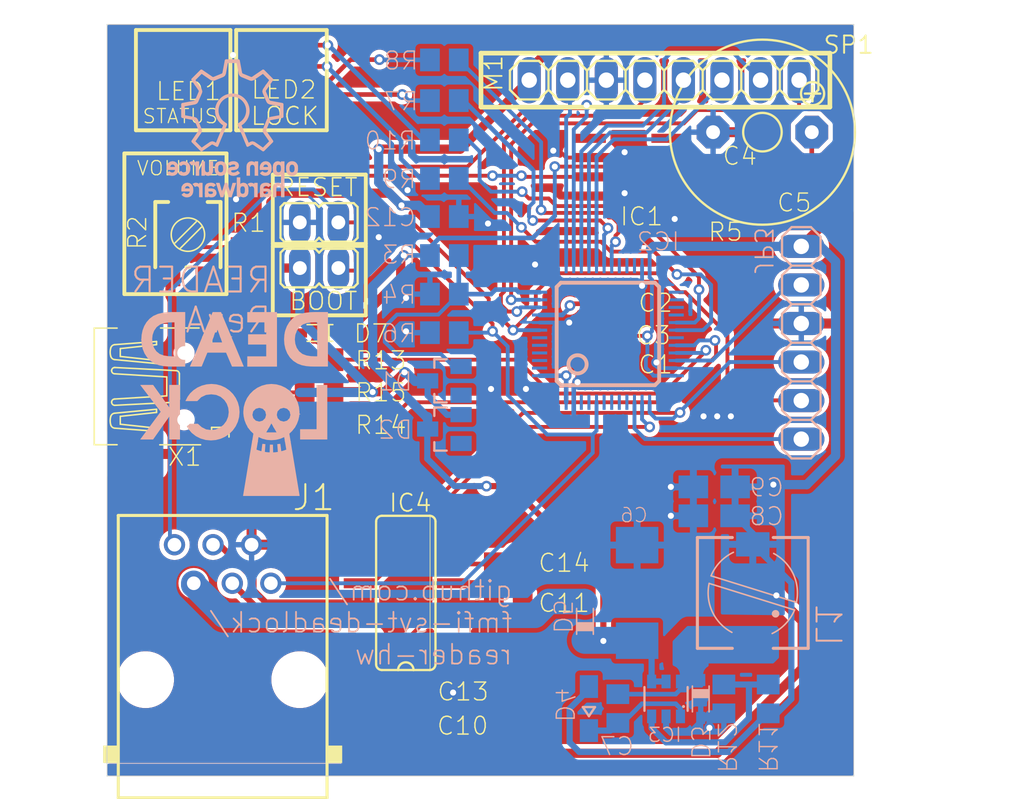
<source format=kicad_pcb>
(kicad_pcb (version 20240108) (generator "pcbnew") (generator_version "8.0")
  (layers (0 "F.Cu" signal) (31 "B.Cu" signal) (34 "B.Paste" user) (35 "F.Paste" user) (36 "B.SilkS" user "B.Silkscreen") (37 "F.SilkS" user "F.Silkscreen") (38 "B.Mask" user) (39 "F.Mask" user) (44 "Edge.Cuts" user))
  (net 0 "")
  (net 1 "GND")
  (net 2 "Net-(IC1-OUT)")
  (net 3 "Net-(C4-Pad2)")
  (net 4 "Net-(SP1-1)")
  (net 5 "Net-(IC3-BOOST)")
  (net 6 "Net-(IC3-SW)")
  (net 7 "Net-(IC4A-C1-)")
  (net 8 "+3V3")
  (net 9 "Net-(IC4A-C1+)")
  (net 10 "Net-(IC4A-C2-)")
  (net 11 "Net-(IC4A-C2+)")
  (net 12 "Net-(IC4A-V+)")
  (net 13 "Net-(IC4A-V-)")
  (net 14 "/V_SENSE")
  (net 15 "Net-(D5-PadA)")
  (net 16 "Net-(D7-PadA)")
  (net 19 "Net-(IC1-+IN)")
  (net 21 "/LED_G1")
  (net 22 "/LED_G2")
  (net 24 "/RDR_RXD")
  (net 25 "/RST")
  (net 27 "/RFID_RST")
  (net 28 "/AUDIO_OUT")
  (net 29 "/RFID_IRQ")
  (net 30 "/T_SWO")
  (net 32 "/LED_R1")
  (net 33 "/RFID_SCK")
  (net 34 "/USB_D-")
  (net 41 "/RFID_MISO")
  (net 42 "/RFID_MOSI")
  (net 44 "V+")
  (net 45 "/USB_D+")
  (net 47 "/RFID_SS")
  (net 50 "/SWCLK")
  (net 51 "/LED_R2")
  (net 52 "/RDR_TXD{slash}SWDIO")
  (net 53 "/BOOT0")
  (net 55 "Net-(IC3-VFB)")
  (net 56 "Net-(IC4A-T1OUT)")
  (net 57 "Net-(IC4A-R1IN)")
  (net 62 "Net-(LED1-A-RED)")
  (net 63 "Net-(LED1-A-GREEN)")
  (net 64 "Net-(LED2-A-RED)")
  (net 65 "Net-(LED2-A-GREEN)")
  (net 66 "Net-(R2-E)")
  (net 67 "Net-(R13-Pad2)")
  (net 68 "Net-(R14-Pad2)")
  (footprint "deadlock-reader:32005-301" (layer "F.Cu") (at 129.06635 104.0936)
    (property "Reference" "X1")
    (property "Value" "MINI-USB-SCHIELD-32005-301")
  )
  (footprint "deadlock-reader:KAA-3528SRSGS" (layer "F.Cu") (at 135.41635 82.3136)
    (property "Reference" "LED2")
    (property "Value" "KAA-3528SRSGS")
  )
  (footprint "deadlock-reader:SOD323_ST" (layer "F.Cu") (at 138.01635 100.5736 180)
    (property "Reference" "D7")
    (property "Value" "BAT60J")
  )
  (footprint "deadlock-reader:C1206" (layer "F.Cu") (at 169.07135 90.3936)
    (property "Reference" "C5")
    (property "Value" "100uF")
  )
  (footprint "deadlock-reader:R0805" (layer "F.Cu") (at 137.95635 104.4436 180)
    (property "Reference" "R15")
    (property "Value" "1K5")
  )
  (footprint "deadlock-reader:RJ11-NO_SHIELD" (layer "F.Cu") (at 131.60635 123.4136)
    (property "Reference" "J1")
    (property "Value" "RJ11")
    (fp_line (start 7.8105 5.51) (end -7.8105 5.51) (stroke (width 0.01)) (layer "Edge.Cuts"))
  )
  (footprint "deadlock-reader:KSS1201" (layer "F.Cu") (at 167.16635 87.3436)
    (property "Reference" "SP1")
    (property "Value" "KSS1201")
  )
  (footprint "deadlock-reader:C0805" (layer "F.Cu") (at 157.00635 100.6786 180)
    (property "Reference" "C3")
    (property "Value" "100nF")
  )
  (footprint "deadlock-reader:RFID-RC522" (layer "F.Cu") (at 160.69135 83.9186)
    (property "Reference" "M1")
    (property "Value" "RFID-RC522")
  )
  (footprint "deadlock-reader:R0805" (layer "F.Cu") (at 137.95635 106.5886 180)
    (property "Reference" "R14")
    (property "Value" "22R")
  )
  (footprint "deadlock-reader:JP1" (layer "F.Cu") (at 137.95635 93.2886 90)
    (property "Reference" "JP2" (hide yes))
    (property "Value" "RESET")
  )
  (footprint "deadlock-reader:SO08" (layer "F.Cu") (at 158.35135 89.6536 -90)
    (property "Reference" "IC1")
    (property "Value" "LM386?-M")
  )
  (footprint "deadlock-reader:JP1" (layer "F.Cu") (at 137.95985 96.2966 90)
    (property "Reference" "JP1" (hide yes))
    (property "Value" "BOOT")
  )
  (footprint "deadlock-reader:R0805" (layer "F.Cu") (at 137.95635 102.3336 180)
    (property "Reference" "R13")
    (property "Value" "22R")
  )
  (footprint "deadlock-reader:M0805" (layer "F.Cu") (at 132.94135 95.8686 90)
    (property "Reference" "R1")
    (property "Value" "100K")
  )
  (footprint "deadlock-reader:RTRIM3314G" (layer "F.Cu") (at 129.31635 94.0936)
    (property "Reference" "R2")
    (property "Value" "10K")
  )
  (footprint "deadlock-reader:KAA-3528SRSGS" (layer "F.Cu") (at 129.06635 82.3136 180)
    (property "Reference" "LED1")
    (property "Value" "KAA-3528SRSGS")
  )
  (footprint "deadlock-reader:C0805" (layer "F.Cu") (at 150.42135 118.4236)
    (property "Reference" "C11")
    (property "Value" "1uF")
  )
  (footprint "deadlock-reader:C0805" (layer "F.Cu") (at 164.50635 90.3836 180)
    (property "Reference" "C4")
    (property "Value" "100nF")
  )
  (footprint "deadlock-reader:R0805" (layer "F.Cu") (at 164.53635 92.4436)
    (property "Reference" "R5")
    (property "Value" "10R")
  )
  (footprint "deadlock-reader:C0805" (layer "F.Cu") (at 157.00635 98.6486)
    (property "Reference" "C2")
    (property "Value" "100nF")
  )
  (footprint "deadlock-reader:C0805" (layer "F.Cu") (at 143.62635 124.1536 180)
    (property "Reference" "C13")
    (property "Value" "1uF")
  )
  (footprint "deadlock-reader:C0805" (layer "F.Cu") (at 143.59635 126.4036 180)
    (property "Reference" "C10")
    (property "Value" "1uF")
  )
  (footprint "deadlock-reader:SO16" (layer "F.Cu") (at 143.67135 117.6986 90)
    (property "Reference" "IC4")
    (property "Value" "MAX3232SE")
  )
  (footprint "deadlock-reader:C0805" (layer "F.Cu") (at 157.00635 102.7086)
    (property "Reference" "C1")
    (property "Value" "100nF")
  )
  (footprint "deadlock-reader:C0805" (layer "F.Cu") (at 150.42135 115.7786)
    (property "Reference" "C14")
    (property "Value" "1uF")
  )
  (footprint "deadlock-reader:C0805" (layer "B.Cu") (at 157.64135 125.3186 90)
    (property "Reference" "C7")
    (property "Value" "100nF")
  )
  (footprint "deadlock-reader:TQFP48" (layer "B.Cu") (at 156.98635 100.6386 90)
    (property "Reference" "IC2")
    (property "Value" "STM32F072XX")
  )
  (footprint "deadlock-reader:SOD323-W" (layer "B.Cu") (at 155.73635 125.3186 90)
    (property "Reference" "D4")
    (property "Value" "1N4148")
  )
  (footprint "deadlock-reader:A_3216-18R" (layer "B.Cu") (at 163.99135 110.7136)
    (property "Reference" "C9")
    (property "Value" "10uF")
  )
  (footprint "deadlock-reader:R0805" (layer "B.Cu") (at 164.62635 124.6836 90)
    (property "Reference" "R12")
    (property "Value" "10K")
  )
  (footprint "deadlock-reader:A_3216-18R" (layer "B.Cu") (at 163.99135 112.6186)
    (property "Reference" "C8")
    (property "Value" "10uF")
  )
  (footprint "deadlock-reader:R0805" (layer "B.Cu") (at 146.21135 100.5536)
    (property "Reference" "R6")
    (property "Value" "510R")
  )
  (footprint "deadlock-reader:R0805" (layer "B.Cu") (at 146.21135 87.8536)
    (property "Reference" "R10")
    (property "Value" "330R")
  )
  (footprint "deadlock-reader:R0805" (layer "B.Cu") (at 146.21135 82.5836)
    (property "Reference" "R8")
    (property "Value" "330R")
  )
  (footprint "deadlock-reader:R0805" (layer "B.Cu") (at 167.54735 124.6836 -90)
    (property "Reference" "R11")
    (property "Value" "33K")
  )
  (footprint "deadlock-reader:1X06" (layer "B.Cu") (at 169.72635 101.2186 -90)
    (property "Reference" "JP3")
    (property "Value" "PINHD-1X6")
  )
  (footprint "deadlock-reader:SOD323_ST" (layer "B.Cu") (at 163.10235 124.6836 -90)
    (property "Reference" "D3")
    (property "Value" "BAT60J")
  )
  (footprint "deadlock-reader:SOD323_ST" (layer "B.Cu") (at 155.47635 119.5736 90)
    (property "Reference" "D5")
    (property "Value" "BAT60J")
  )
  (footprint "deadlock-reader:R0805" (layer "B.Cu") (at 146.21135 95.4736 180)
    (property "Reference" "R3")
    (property "Value" "1K")
  )
  (footprint "deadlock-reader:SOT23" (layer "B.Cu") (at 146.21135 106.9036 -90)
    (property "Reference" "D2")
    (property "Value" "BAT54")
  )
  (footprint "deadlock-reader:C0805" (layer "B.Cu") (at 146.21135 92.9036)
    (property "Reference" "C12")
    (property "Value" "10uF")
  )
  (footprint "deadlock-reader:SOT23-6" (layer "B.Cu") (at 160.81635 124.6836 180)
    (property "Reference" "IC3")
    (property "Value" "MCP16301/H")
  )
  (footprint "deadlock-reader:R0805" (layer "B.Cu") (at 146.21135 85.2636)
    (property "Reference" "R7")
    (property "Value" "330R")
  )
  (footprint "deadlock-reader:PIS2816" (layer "B.Cu") (at 166.53135 117.6986)
    (property "Reference" "L1")
    (property "Value" "15uH")
  )
  (footprint "deadlock-reader:R0805" (layer "B.Cu") (at 146.21135 90.3936)
    (property "Reference" "R9")
    (property "Value" "330R")
  )
  (footprint "deadlock-reader:SOT23" (layer "B.Cu") (at 146.21135 103.7286 -90)
    (property "Reference" "D1")
    (property "Value" "BAT54")
  )
  (footprint "deadlock-reader:R0805" (layer "B.Cu") (at 146.21135 98.0136)
    (property "Reference" "R4")
    (property "Value" "5K1")
  )
  (footprint "deadlock-reader:SMC_D" (layer "B.Cu") (at 158.91135 117.6986 90)
    (property "Reference" "C6")
    (property "Value" "10uF")
  )
  (gr_line (start 125.89135 80.6146) (end 132.11435 80.6146) (stroke (width 0.254)) (layer "F.SilkS"))
  (gr_line (start 134.90835 99.4106) (end 134.90835 94.8386) (stroke (width 0.254)) (layer "F.SilkS"))
  (gr_line (start 148.62435 85.6946) (end 148.62435 82.1386) (stroke (width 0.3048)) (layer "F.SilkS"))
  (gr_line (start 148.62435 82.1386) (end 171.61135 82.1386) (stroke (width 0.3048)) (layer "F.SilkS"))
  (gr_line (start 138.46435 87.2186) (end 138.46435 80.6146) (stroke (width 0.254)) (layer "F.SilkS"))
  (gr_line (start 131.86035 98.0136) (end 131.86035 88.7426) (stroke (width 0.254)) (layer "F.SilkS"))
  (gr_line (start 125.12935 98.0136) (end 131.86035 98.0136) (stroke (width 0.254)) (layer "F.SilkS"))
  (gr_line (start 134.90835 94.8386) (end 141.0361 94.8386) (stroke (width 0.254)) (layer "F.SilkS"))
  (gr_line (start 125.89135 87.2186) (end 125.89135 80.6146) (stroke (width 0.254)) (layer "F.SilkS"))
  (gr_line (start 132.11435 87.2186) (end 125.89135 87.2186) (stroke (width 0.254)) (layer "F.SilkS"))
  (gr_line (start 138.46435 80.6146) (end 132.49535 80.6146) (stroke (width 0.254)) (layer "F.SilkS"))
  (gr_line (start 141.0361 94.7116) (end 134.90835 94.7116) (stroke (width 0.254)) (layer "F.SilkS"))
  (gr_line (start 141.0361 99.4106) (end 134.90835 99.4106) (stroke (width 0.254)) (layer "F.SilkS"))
  (gr_line (start 132.49535 80.6146) (end 132.49535 87.2186) (stroke (width 0.254)) (layer "F.SilkS"))
  (gr_line (start 132.11435 80.6146) (end 132.11435 87.2186) (stroke (width 0.254)) (layer "F.SilkS"))
  (gr_line (start 171.61135 85.6946) (end 148.62435 85.6946) (stroke (width 0.3048)) (layer "F.SilkS"))
  (gr_line (start 134.90835 90.1396) (end 141.0361 90.1396) (stroke (width 0.254)) (layer "F.SilkS"))
  (gr_line (start 141.0361 94.8386) (end 141.0361 99.4106) (stroke (width 0.254)) (layer "F.SilkS"))
  (gr_line (start 131.86035 88.7426) (end 125.12935 88.7426) (stroke (width 0.254)) (layer "F.SilkS"))
  (gr_line (start 125.12935 88.7426) (end 125.12935 98.0136) (stroke (width 0.254)) (layer "F.SilkS"))
  (gr_line (start 132.49535 87.2186) (end 138.46435 87.2186) (stroke (width 0.254)) (layer "F.SilkS"))
  (gr_line (start 141.0361 90.1396) (end 141.0361 94.7116) (stroke (width 0.254)) (layer "F.SilkS"))
  (gr_line (start 134.90835 94.7116) (end 134.90835 90.1396) (stroke (width 0.254)) (layer "F.SilkS"))
  (gr_line (start 171.61135 82.1386) (end 171.61135 85.6946) (stroke (width 0.3048)) (layer "F.SilkS"))
  (gr_line (start 123.98635 80.2436) (end 123.98635 129.7636) (stroke (width 0.05)) (layer "Edge.Cuts"))
  (gr_line (start 173.18635 129.7636) (end 173.18635 80.2436) (stroke (width 0.05)) (layer "Edge.Cuts"))
  (gr_line (start 173.18635 80.2436) (end 123.98635 80.2436) (stroke (width 0.05)) (layer "Edge.Cuts"))
  (gr_line (start 123.98635 129.7636) (end 173.18635 129.7636) (stroke (width 0.05)) (layer "Edge.Cuts"))
  (gr_text "READER\nRevA\n" (at 134.90835 100.6806 0) (layer "B.SilkS") (effects (font (size 1.63576 1.63576) (thickness 0.14224)) (justify left bottom mirror)))
  (gr_text "github.com/\nfmfi-svt-deadlock/\nreader-hw" (at 150.78335 122.5246 0) (layer "B.SilkS") (effects (font (size 1.308608 1.308608) (thickness 0.113792)) (justify left bottom mirror)))
  (gr_text "VOLUME" (at 125.89135 90.2666 0) (layer "F.SilkS") (effects (font (size 0.93472 0.93472) (thickness 0.08128)) (justify left bottom)))
  (gr_text "BOOT" (at 135.92435 99.1566 0) (layer "F.SilkS") (effects (font (size 1.1684 1.1684) (thickness 0.1016)) (justify left bottom)))
  (gr_text "LOCK" (at 133.38435 86.9646 0) (layer "F.SilkS") (effects (font (size 1.1684 1.1684) (thickness 0.1016)) (justify left bottom)))
  (gr_text "RESET" (at 135.16235 91.6636 0) (layer "F.SilkS") (effects (font (size 1.1684 1.1684) (thickness 0.1016)) (justify left bottom)))
  (gr_text "STATUS" (at 126.27235 86.8376 0) (layer "F.SilkS") (effects (font (size 0.93472 0.93472) (thickness 0.08128)) (justify left bottom)))
  (segment (start 153.78635 88.5636) (end 153.38635 88.5636) (width 0.254) (layer "F.Cu") (net 1))
  (segment (start 156.05635 100.6786) (end 156.05635 100.8086) (width 0.3048) (layer "F.Cu") (net 1))
  (segment (start 155.75135 89.0186) (end 157.33135 89.0186) (width 0.254) (layer "F.Cu") (net 1))
  (segment (start 157.33135 89.0186) (end 157.38635 88.9636) (width 0.254) (layer "F.Cu") (net 1))
  (segment (start 157.48635 91.5636) (end 157.38635 91.5636) (width 0.254) (layer "F.Cu") (net 1))
  (segment (start 155.75135 89.0186) (end 154.24135 89.0186) (width 0.254) (layer "F.Cu") (net 1))
  (segment (start 157.88635 91.6636) (end 157.58635 91.6636) (width 0.254) (layer "F.Cu") (net 1))
  (segment (start 157.58635 91.6636) (end 157.48635 91.5636) (width 0.254) (layer "F.Cu") (net 1))
  (segment (start 154.24135 89.0186) (end 153.78635 88.5636) (width 0.254) (layer "F.Cu") (net 1))
  (segment (start 157.78135 91.5586) (end 157.88635 91.6636) (width 0.254) (layer "F.Cu") (net 1))
  (segment (start 157.95635 98.6486) (end 157.95635 98.7786) (width 0.3048) (layer "F.Cu") (net 1))
  (segment (start 155.75135 91.5586) (end 157.78135 91.5586) (width 0.254) (layer "F.Cu") (net 1))
  (via (at 149.08635 93.3636) (size 0.7048) (drill 0.4) (layers "F.Cu" "B.Cu") (net 1))
  (via (at 165.08635 106.0636) (size 0.7048) (drill 0.4) (layers "F.Cu" "B.Cu") (net 1))
  (via (at 159.23635 97.4636) (size 0.7048) (drill 0.4) (layers "F.Cu" "B.Cu") (net 1))
  (via (at 152.18635 96.0636) (size 0.7048) (drill 0.4) (layers "F.Cu" "B.Cu") (net 1))
  (via (at 161.13385 110.7136) (size 0.7048) (drill 0.4) (layers "F.Cu" "B.Cu") (net 1))
  (via (at 146.78635 124.2636) (size 0.7048) (drill 0.4) (layers "F.Cu" "B.Cu") (net 1))
  (via (at 141.88635 94.2636) (size 0.7048) (drill 0.4) (layers "F.Cu" "B.Cu") (net 1))
  (via (at 132.48635 91.7636) (size 0.7048) (drill 0.4) (layers "F.Cu" "B.Cu") (net 1))
  (via (at 158.08635 88.6636) (size 0.7048) (drill 0.4) (layers "F.Cu" "B.Cu") (net 1))
  (via (at 161.13385 112.6186) (size 0.7048) (drill 0.4) (layers "F.Cu" "B.Cu") (net 1))
  (via (at 164.18635 106.0636) (size 0.7048) (drill 0.4) (layers "F.Cu" "B.Cu") (net 1))
  (via (at 163.28635 106.0636) (size 0.7048) (drill 0.4) (layers "F.Cu" "B.Cu") (net 1))
  (via (at 158.08635 91.3636) (size 0.7048) (drill 0.4) (layers "F.Cu" "B.Cu") (net 1))
  (via (at 143.68635 98.2636) (size 0.7048) (drill 0.4) (layers "F.Cu" "B.Cu") (net 1))
  (via (at 153.38635 88.5636) (size 0.7048) (drill 0.4) (layers "F.Cu" "B.Cu") (net 1))
  (via (at 151.58635 104.2636) (size 0.7048) (drill 0.4) (layers "F.Cu" "B.Cu") (net 1))
  (via (at 143.68635 100.4636) (size 0.7048) (drill 0.4) (layers "F.Cu" "B.Cu") (net 1))
  (via (at 154.98635 103.8136) (size 0.7048) (drill 0.4) (layers "F.Cu" "B.Cu") (net 1))
  (via (at 149.28635 104.2636) (size 0.7048) (drill 0.4) (layers "F.Cu" "B.Cu") (net 1))
  (via (at 160.18635 102.5136) (size 0.7048) (drill 0.4) (layers "F.Cu" "B.Cu") (net 1))
  (via (at 163.67385 126.5886) (size 0.7048) (drill 0.4) (layers "F.Cu" "B.Cu") (net 1))
  (via (at 143.78635 91.1636) (size 0.7048) (drill 0.4) (layers "F.Cu" "B.Cu") (net 1))
  (via (at 161.38635 93.0636) (size 0.7048) (drill 0.4) (layers "F.Cu" "B.Cu") (net 1))
  (via (at 132.28635 82.2636) (size 0.7048) (drill 0.4) (layers "F.Cu" "B.Cu") (net 1))
  (via (at 154.43635 99.8886) (size 0.7048) (drill 0.4) (layers "F.Cu" "B.Cu") (net 1))
  (segment (start 154.73635 104.0136) (end 154.73635 106.0136) (width 0.3048) (layer "B.Cu") (net 1))
  (segment (start 159.23635 96.1386) (end 159.23635 97.4636) (width 0.254) (layer "B.Cu") (net 1))
  (segment (start 160.81635 126.5886) (end 161.13385 126.9061) (width 0.4064) (layer "B.Cu") (net 1))
  (segment (start 154.73635 105.1386) (end 154.73635 104.0136) (width 0.254) (layer "B.Cu") (net 1))
  (segment (start 161.13385 112.6186) (end 162.61635 112.6186) (width 0.254) (layer "B.Cu") (net 1))
  (segment (start 163.67635 126.5861) (end 163.67385 126.5886) (width 0.4064) (layer "B.Cu") (net 1))
  (segment (start 161.48635 102.8886) (end 160.56135 102.8886) (width 0.254) (layer "B.Cu") (net 1))
  (segment (start 154.93635 103.8136) (end 154.98635 103.8136) (width 0.254) (layer "B.Cu") (net 1))
  (segment (start 154.73635 104.0136) (end 154.93635 103.8136) (width 0.254) (layer "B.Cu") (net 1))
  (segment (start 162.61635 112.6186) (end 162.61635 110.7136) (width 0.4064) (layer "B.Cu") (net 1))
  (segment (start 154.78635 106.0636) (end 154.68635 106.1636) (width 0.3048) (layer "B.Cu") (net 1))
  (segment (start 163.67635 125.6336) (end 164.62635 125.6336) (width 0.4064) (layer "B.Cu") (net 1))
  (segment (start 161.13385 110.7136) (end 162.61635 110.7136) (width 0.254) (layer "B.Cu") (net 1))
  (segment (start 160.81635 125.8336) (end 160.81635 126.5886) (width 0.4064) (layer "B.Cu") (net 1))
  (segment (start 160.56135 102.8886) (end 160.18635 102.5136) (width 0.254) (layer "B.Cu") (net 1))
  (segment (start 163.67635 125.6336) (end 163.67635 126.5861) (width 0.4064) (layer "B.Cu") (net 1))
  (segment (start 161.13385 126.9061) (end 162.40385 126.9061) (width 0.4064) (layer "B.Cu") (net 1))
  (segment (start 162.40385 126.9061) (end 163.67635 125.6336) (width 0.4064) (layer "B.Cu") (net 1))
  (segment (start 154.73635 106.0136) (end 154.78635 106.0636) (width 0.3048) (layer "B.Cu") (net 1))
  (segment (start 152.48635 99.8886) (end 154.43635 99.8886) (width 0.254) (layer "B.Cu") (net 1))
  (segment (start 162.53635 91.3136) (end 162.53635 89.3136) (width 0.254) (layer "F.Cu") (net 2))
  (segment (start 162.53635 89.3136) (end 162.78635 89.0636) (width 0.254) (layer "F.Cu") (net 2))
  (segment (start 160.95635 91.5636) (end 162.28635 91.5636) (width 0.254) (layer "F.Cu") (net 2))
  (segment (start 164.93635 89.0636) (end 165.45635 89.5836) (width 0.254) (layer "F.Cu") (net 2))
  (segment (start 160.95135 91.5586) (end 160.95635 91.5636) (width 0.254) (layer "F.Cu") (net 2))
  (segment (start 162.78635 89.0636) (end 164.93635 89.0636) (width 0.254) (layer "F.Cu") (net 2))
  (segment (start 165.45635 89.5836) (end 165.45635 90.3836) (width 0.254) (layer "F.Cu") (net 2))
  (segment (start 162.28635 91.5636) (end 162.53635 91.3136) (width 0.254) (layer "F.Cu") (net 2))
  (segment (start 167.67135 90.3936) (end 165.46635 90.3936) (width 0.3048) (layer "F.Cu") (net 2))
  (segment (start 165.46635 90.3936) (end 165.45635 90.3836) (width 0.3048) (layer "F.Cu") (net 2))
  (segment (start 163.55635 90.3836) (end 163.55635 90.5136) (width 0.3048) (layer "F.Cu") (net 3))
  (segment (start 163.55635 90.5136) (end 165.48635 92.4436) (width 0.3048) (layer "F.Cu") (net 3))
  (segment (start 170.41755 90.3398) (end 170.47135 90.3936) (width 0.254) (layer "F.Cu") (net 4))
  (segment (start 170.41755 90.3398) (end 170.41755 87.3436) (width 0.3048) (layer "F.Cu") (net 4))
  (segment (start 161.76885 125.8311) (end 161.76635 125.8336) (width 0.4064) (layer "B.Cu") (net 5))
  (segment (start 155.73635 126.7686) (end 157.14135 126.7686) (width 0.4064) (layer "B.Cu") (net 5))
  (segment (start 161.76885 125.3186) (end 161.76885 125.8311) (width 0.3048) (layer "B.Cu") (net 5))
  (segment (start 157.96135 126.2686) (end 159.22885 125.0011) (width 0.3048) (layer "B.Cu") (net 5))
  (segment (start 157.64135 126.2686) (end 157.96135 126.2686) (width 0.4064) (layer "B.Cu") (net 5))
  (segment (start 161.45135 125.0011) (end 161.76885 125.3186) (width 0.3048) (layer "B.Cu") (net 5))
  (segment (start 159.22885 125.0011) (end 161.45135 125.0011) (width 0.3048) (layer "B.Cu") (net 5))
  (segment (start 157.14135 126.7686) (end 157.64135 126.2686) (width 0.4064) (layer "B.Cu") (net 5))
  (segment (start 161.44885 124.3686) (end 161.76885 124.0486) (width 0.3048) (layer "B.Cu") (net 6))
  (segment (start 161.76885 124.0486) (end 161.76885 123.5361) (width 0.3048) (layer "B.Cu") (net 6))
  (segment (start 157.64135 124.3686) (end 161.44885 124.3686) (width 0.3048) (layer "B.Cu") (net 6))
  (segment (start 161.76885 123.5361) (end 161.76635 123.5336) (width 0.3048) (layer "B.Cu") (net 6))
  (segment (start 142.64635 126.4036) (end 142.64635 126.1036) (width 0.254) (layer "F.Cu") (net 7))
  (segment (start 142.64635 126.1036) (end 143.63635 125.1136) (width 0.254) (layer "F.Cu") (net 7))
  (segment (start 143.63635 120.8636) (end 144.89635 119.6036) (width 0.254) (layer "F.Cu") (net 7))
  (segment (start 143.63635 125.1136) (end 143.63635 120.8636) (width 0.254) (layer "F.Cu") (net 7))
  (segment (start 146.73475 119.6136) (end 146.74475 119.6036) (width 0.4064) (layer "F.Cu") (net 7))
  (segment (start 144.89635 119.6036) (end 146.74475 119.6036) (width 0.254) (layer "F.Cu") (net 7))
  (segment (start 142.67635 124.1536) (end 142.67635 122.5786) (width 0.4064) (layer "F.Cu") (net 8))
  (segment (start 172.38635 82.9636) (end 172.38635 92.2086) (width 0.6096) (layer "F.Cu") (net 8))
  (segment (start 151.78635 83.2636) (end 151.78635 83.9036) (width 0.6096) (layer "F.Cu") (net 8))
  (segment (start 135.51935 96.2966) (end 136.68985 96.2966) (width 0.6096) (layer "F.Cu") (net 8))
  (segment (start 156.05635 98.6486) (end 154.60135 98.6486) (width 0.3048) (layer "F.Cu") (net 8))
  (segment (start 156.05635 98.7786) (end 157.95635 100.6786) (width 0.3048) (layer "F.Cu") (net 8))
  (segment (start 141.88635 88.4636) (end 147.25635 88.4636) (width 0.6096) (layer "F.Cu") (net 8))
  (segment (start 142.23635 122.1386) (end 140.60295 122.1386) (width 0.4064) (layer "F.Cu") (net 8))
  (segment (start 156.05635 98.6486) (end 156.05635 98.7786) (width 0.3048) (layer "F.Cu") (net 8))
  (segment (start 138.92635 104.4636) (end 138.90635 104.4436) (width 0.6096) (layer "F.Cu") (net 8))
  (segment (start 157.95635 100.8086) (end 156.05635 102.7086) (width 0.3048) (layer "F.Cu") (net 8))
  (segment (start 159.58635 100.7636) (end 158.04135 100.7636) (width 0.254) (layer "F.Cu") (net 8))
  (segment (start 142.67635 124.1536) (end 141.69635 124.1536) (width 0.6096) (layer "F.Cu") (net 8))
  (segment (start 164.18635 128.2636) (end 169.78635 122.6636) (width 0.6096) (layer "F.Cu") (net 8))
  (segment (start 154.60135 98.6486) (end 154.48635 98.7636) (width 0.3048) (layer "F.Cu") (net 8))
  (segment (start 134.78635 95.5636) (end 135.51935 96.2966) (width 0.6096) (layer "F.Cu") (net 8))
  (segment (start 171.28635 81.8636) (end 172.38635 82.9636) (width 0.6096) (layer "F.Cu") (net 8))
  (segment (start 142.58635 91.3636) (end 143.38635 92.1636) (width 0.6096) (layer "F.Cu") (net 8))
  (segment (start 134.78635 95.5636) (end 134.78635 91.9636) (width 0.6096) (layer "F.Cu") (net 8))
  (segment (start 151.78635 83.2636) (end 153.18635 81.8636) (width 0.6096) (layer "F.Cu") (net 8))
  (segment (start 154.91635 102.7086) (end 154.23635 103.3886) (width 0.3048) (layer "F.Cu") (net 8))
  (segment (start 142.67635 122.5786) (end 142.23635 122.1386) (width 0.4064) (layer "F.Cu") (net 8))
  (segment (start 138.90635 104.4436) (end 142.30635 104.4436) (width 0.6096) (layer "F.Cu") (net 8))
  (segment (start 141.88635 128.2636) (end 164.18635 128.2636) (width 0.6096) (layer "F.Cu") (net 8))
  (segment (start 153.18635 81.8636) (end 171.28635 81.8636) (width 0.6096) (layer "F.Cu") (net 8))
  (segment (start 140.78635 127.1636) (end 141.88635 128.2636) (width 0.6096) (layer "F.Cu") (net 8))
  (segment (start 157.95635 100.6786) (end 157.95635 100.8086) (width 0.3048) (layer "F.Cu") (net 8))
  (segment (start 135.38635 91.3636) (end 142.58635 91.3636) (width 0.6096) (layer "F.Cu") (net 8))
  (segment (start 142.30635 104.4436) (end 143.58635 103.1636) (width 0.6096) (layer "F.Cu") (net 8))
  (segment (start 158.04135 100.7636) (end 157.95635 100.6786) (width 0.254) (layer "F.Cu") (net 8))
  (segment (start 141.48635 104.4636) (end 138.92635 104.4636) (width 0.6096) (layer "F.Cu") (net 8))
  (segment (start 151.78635 83.9036) (end 151.80135 83.9186) (width 0.6096) (layer "F.Cu") (net 8))
  (segment (start 134.78635 91.9636) (end 135.38635 91.3636) (width 0.6096) (layer "F.Cu") (net 8))
  (segment (start 151.80135 83.9186) (end 147.25635 88.4636) (width 0.6096) (layer "F.Cu") (net 8))
  (segment (start 156.05635 102.7086) (end 154.91635 102.7086) (width 0.3048) (layer "F.Cu") (net 8))
  (segment (start 169.78635 119.5636) (end 168.08635 117.8636) (width 0.6096) (layer "F.Cu") (net 8))
  (segment (start 169.78635 122.6636) (end 169.78635 119.5636) (width 0.6096) (layer "F.Cu") (net 8))
  (segment (start 172.38635 92.2086) (end 169.72635 94.8686) (width 0.6096) (layer "F.Cu") (net 8))
  (segment (start 140.78635 125.0636) (end 140.78635 127.1636) (width 0.6096) (layer "F.Cu") (net 8))
  (segment (start 140.60295 122.1386) (end 140.59795 122.1436) (width 0.4064) (layer "F.Cu") (net 8))
  (segment (start 141.69635 124.1536) (end 140.78635 125.0636) (width 0.6096) (layer "F.Cu") (net 8))
  (via (at 143.58635 103.1636) (size 0.7048) (drill 0.4) (layers "F.Cu" "B.Cu") (net 8))
  (via (at 141.48635 104.4636) (size 0.7048) (drill 0.4) (layers "F.Cu" "B.Cu") (net 8))
  (via (at 168.08635 117.8636) (size 0.7048) (drill 0.4) (layers "F.Cu" "B.Cu") (net 8))
  (via (at 154.48635 98.7636) (size 0.7048) (drill 0.4) (layers "F.Cu" "B.Cu") (net 8))
  (via (at 141.88635 88.4636) (size 0.7048) (drill 0.4) (layers "F.Cu" "B.Cu") (net 8))
  (via (at 167.88635 110.5636) (size 0.7048) (drill 0.4) (layers "F.Cu" "B.Cu") (net 8))
  (via (at 154.23635 103.3886) (size 0.7048) (drill 0.4) (layers "F.Cu" "B.Cu") (net 8))
  (via (at 143.38635 92.1636) (size 0.7048) (drill 0.4) (layers "F.Cu" "B.Cu") (net 8))
  (via (at 159.58635 100.7636) (size 0.7048) (drill 0.4) (layers "F.Cu" "B.Cu") (net 8))
  (segment (start 159.48635 102.8636) (end 159.98635 103.3636) (width 0.254) (layer "B.Cu") (net 8))
  (segment (start 143.68635 103.1636) (end 144.28635 103.7636) (width 0.6096) (layer "B.Cu") (net 8))
  (segment (start 169.07135 124.6836) (end 169.07135 117.0386) (width 0.4064) (layer "B.Cu") (net 8))
  (segment (start 171.98635 95.8636) (end 170.98635 94.8636) (width 0.6096) (layer "B.Cu") (net 8))
  (segment (start 159.88635 97.0636) (end 159.88635 100.4636) (width 0.254) (layer "B.Cu") (net 8))
  (segment (start 153.98635 99.3886) (end 152.48635 99.3886) (width 0.3048) (layer "B.Cu") (net 8))
  (segment (start 143.58635 103.1636) (end 143.68635 103.1636) (width 0.6096) (layer "B.Cu") (net 8))
  (segment (start 145.11135 104.6886) (end 146.38635 105.9636) (width 0.4064) (layer "B.Cu") (net 8))
  (segment (start 166.53135 114.4986) (end 166.53135 113.7836) (width 0.4064) (layer "B.Cu") (net 8))
  (segment (start 154.46635 127.5411) (end 155.10135 128.1761) (width 0.4064) (layer "B.Cu") (net 8))
  (segment (start 154.48635 98.7636) (end 154.48635 98.8886) (width 0.3048) (layer "B.Cu") (net 8))
  (segment (start 166.53135 113.7836) (end 165.36635 112.6186) (width 0.4064) (layer "B.Cu") (net 8))
  (segment (start 154.23635 103.3886) (end 154.23635 105.1386) (width 0.3048) (layer "B.Cu") (net 8))
  (segment (start 167.88635 110.5636) (end 170.08635 110.5636) (width 0.6096) (layer "B.Cu") (net 8))
  (segment (start 169.07135 117.0386) (end 166.53135 114.4986) (width 0.4064) (layer "B.Cu") (net 8))
  (segment (start 136.68985 99.6681) (end 136.68985 96.2966) (width 0.6096) (layer "B.Cu") (net 8))
  (segment (start 159.98635 103.3636) (end 159.98635 103.3886) (width 0.254) (layer "B.Cu") (net 8))
  (segment (start 154.23635 103.3886) (end 152.48635 103.3886) (width 0.3048) (layer "B.Cu") (net 8))
  (segment (start 145.07635 103.7636) (end 145.11135 103.7286) (width 0.6096) (layer "B.Cu") (net 8))
  (segment (start 146.38635 105.9636) (end 147.30135 105.9636) (width 0.4064) (layer "B.Cu") (net 8))
  (segment (start 159.58635 102.0636) (end 159.48635 102.1636) (width 0.254) (layer "B.Cu") (net 8))
  (segment (start 167.48635 125.6336) (end 167.54735 125.6336) (width 0.4064) (layer "B.Cu") (net 8))
  (segment (start 159.58635 100.7636) (end 159.58635 102.0636) (width 0.254) (layer "B.Cu") (net 8))
  (segment (start 159.73635 96.9136) (end 159.88635 97.0636) (width 0.254) (layer "B.Cu") (net 8))
  (segment (start 141.51235 104.4906) (end 136.68985 99.6681) (width 0.6096) (layer "B.Cu") (net 8))
  (segment (start 141.88635 90.6636) (end 141.88635 88.4636) (width 0.6096) (layer "B.Cu") (net 8))
  (segment (start 155.73635 123.8686) (end 155.73635 124.0486) (width 0.4064) (layer "B.Cu") (net 8))
  (segment (start 165.36635 112.6186) (end 165.36635 110.7136) (width 0.4064) (layer "B.Cu") (net 8))
  (segment (start 159.73635 96.1386) (end 159.73635 95.1136) (width 0.254) (layer "B.Cu") (net 8))
  (segment (start 169.72635 94.8686) (end 159.98135 94.8686) (width 0.6096) (layer "B.Cu") (net 8))
  (segment (start 144.52135 92.1636) (end 143.38635 92.1636) (width 0.6096) (layer "B.Cu") (net 8))
  (segment (start 159.98635 103.3886) (end 161.48635 103.3886) (width 0.254) (layer "B.Cu") (net 8))
  (segment (start 159.73635 95.1136) (end 159.78635 95.0636) (width 0.254) (layer "B.Cu") (net 8))
  (segment (start 170.08635 110.5636) (end 171.98635 108.6636) (width 0.6096) (layer "B.Cu") (net 8))
  (segment (start 147.30135 105.9636) (end 147.31135 105.9536) (width 0.4064) (layer "B.Cu") (net 8))
  (segment (start 169.72635 94.8686) (end 170.98135 94.8686) (width 0.6096) (layer "B.Cu") (net 8))
  (segment (start 171.98635 108.6636) (end 171.98635 95.8636) (width 0.6096) (layer "B.Cu") (net 8))
  (segment (start 155.73635 124.0486) (end 154.46635 125.3186) (width 0.4064) (layer "B.Cu") (net 8))
  (segment (start 167.54735 125.6336) (end 168.12135 125.6336) (width 0.4064) (layer "B.Cu") (net 8))
  (segment (start 154.46635 125.3186) (end 154.46635 127.5411) (width 0.4064) (layer "B.Cu") (net 8))
  (segment (start 159.88635 100.4636) (end 159.58635 100.7636) (width 0.254) (layer "B.Cu") (net 8))
  (segment (start 144.28635 103.7636) (end 145.07635 103.7636) (width 0.6096) (layer "B.Cu") (net 8))
  (segment (start 159.48635 102.1636) (end 159.48635 102.8636) (width 0.254) (layer "B.Cu") (net 8))
  (segment (start 159.98135 94.8686) (end 159.78635 95.0636) (width 0.6096) (layer "B.Cu") (net 8))
  (segment (start 168.12135 125.6336) (end 169.07135 124.6836) (width 0.4064) (layer "B.Cu") (net 8))
  (segment (start 170.98135 94.8686) (end 170.98635 94.8636) (width 0.6096) (layer "B.Cu") (net 8))
  (segment (start 154.48635 98.8886) (end 153.98635 99.3886) (width 0.3048) (layer "B.Cu") (net 8))
  (segment (start 145.11135 103.7286) (end 145.11135 104.6886) (width 0.4064) (layer "B.Cu") (net 8))
  (segment (start 159.73635 96.1386) (end 159.73635 96.9136) (width 0.254) (layer "B.Cu") (net 8))
  (segment (start 164.94385 128.1761) (end 167.48635 125.6336) (width 0.4064) (layer "B.Cu") (net 8))
  (segment (start 141.51235 104.4906) (end 136.68635 104.4906) (width 0.6096) (layer "B.Cu") (net 8))
  (segment (start 155.10135 128.1761) (end 164.94385 128.1761) (width 0.4064) (layer "B.Cu") (net 8))
  (segment (start 144.52135 92.1636) (end 145.26135 92.9036) (width 0.6096) (layer "B.Cu") (net 8))
  (segment (start 143.38635 92.1636) (end 141.88635 90.6636) (width 0.6096) (layer "B.Cu") (net 8))
  (segment (start 148.11635 122.1436) (end 146.74475 122.1436) (width 0.4064) (layer "F.Cu") (net 9))
  (segment (start 148.61135 125.5136) (end 148.61135 122.6386) (width 0.4064) (layer "F.Cu") (net 9))
  (segment (start 148.61135 122.6386) (end 148.11635 122.1436) (width 0.4064) (layer "F.Cu") (net 9))
  (segment (start 147.73635 126.3886) (end 148.61135 125.5136) (width 0.4064) (layer "F.Cu") (net 9))
  (segment (start 144.56135 126.3886) (end 147.73635 126.3886) (width 0.4064) (layer "F.Cu") (net 9))
  (segment (start 144.54635 126.4036) (end 144.56135 126.3886) (width 0.4064) (layer "F.Cu") (net 9))
  (segment (start 151.64635 118.3236) (end 151.54635 118.4236) (width 0.254) (layer "F.Cu") (net 10))
  (segment (start 151.64635 118.3236) (end 150.38635 117.0636) (width 0.4064) (layer "F.Cu") (net 10))
  (segment (start 151.54635 118.4236) (end 151.37135 118.4236) (width 0.254) (layer "F.Cu") (net 10))
  (segment (start 150.38635 117.0636) (end 146.74475 117.0636) (width 0.4064) (layer "F.Cu") (net 10))
  (segment (start 147.55635 118.3336) (end 149.38135 118.3336) (width 0.3048) (layer "F.Cu") (net 11))
  (segment (start 146.74475 118.3336) (end 147.55635 118.3336) (width 0.4064) (layer "F.Cu") (net 11))
  (segment (start 149.38135 118.3336) (end 149.47135 118.4236) (width 0.3048) (layer "F.Cu") (net 11))
  (segment (start 145.62635 120.8736) (end 146.74475 120.8736) (width 0.4064) (layer "F.Cu") (net 12))
  (segment (start 144.73635 123.9936) (end 144.73635 121.7636) (width 0.4064) (layer "F.Cu") (net 12))
  (segment (start 144.57635 124.1536) (end 144.73635 123.9936) (width 0.4064) (layer "F.Cu") (net 12))
  (segment (start 144.73635 121.7636) (end 145.62635 120.8736) (width 0.4064) (layer "F.Cu") (net 12))
  (segment (start 149.45635 115.7936) (end 149.47135 115.7786) (width 0.3048) (layer "F.Cu") (net 13))
  (segment (start 146.74475 115.7936) (end 149.45635 115.7936) (width 0.3048) (layer "F.Cu") (net 13))
  (segment (start 143.08635 99.3636) (end 145.81135 99.3636) (width 0.254) (layer "B.Cu") (net 14))
  (segment (start 142.28635 101.1636) (end 142.28635 100.1636) (width 0.254) (layer "B.Cu") (net 14))
  (segment (start 145.81135 99.3636) (end 147.16135 98.0136) (width 0.254) (layer "B.Cu") (net 14))
  (segment (start 146.71135 102.7886) (end 146.71135 102.6886) (width 0.254) (layer "B.Cu") (net 14))
  (segment (start 151.11135 97.8886) (end 150.93635 97.7136) (width 0.3048) (layer "B.Cu") (net 14))
  (segment (start 146.72135 102.7786) (end 146.71135 102.7886) (width 0.3048) (layer "B.Cu") (net 14))
  (segment (start 145.98635 101.9636) (end 143.08635 101.9636) (width 0.254) (layer "B.Cu") (net 14))
  (segment (start 147.16135 95.4736) (end 147.16135 98.0136) (width 0.3048) (layer "B.Cu") (net 14))
  (segment (start 149.28635 98.0136) (end 147.16135 98.0136) (width 0.3048) (layer "B.Cu") (net 14))
  (segment (start 152.48635 97.8886) (end 151.11135 97.8886) (width 0.3048) (layer "B.Cu") (net 14))
  (segment (start 146.71135 102.6886) (end 145.98635 101.9636) (width 0.254) (layer "B.Cu") (net 14))
  (segment (start 143.08635 101.9636) (end 142.28635 101.1636) (width 0.254) (layer "B.Cu") (net 14))
  (segment (start 150.93635 97.7136) (end 149.58635 97.7136) (width 0.3048) (layer "B.Cu") (net 14))
  (segment (start 142.28635 100.1636) (end 143.08635 99.3636) (width 0.254) (layer "B.Cu") (net 14))
  (segment (start 147.31135 102.7786) (end 146.72135 102.7786) (width 0.3048) (layer "B.Cu") (net 14))
  (segment (start 149.58635 97.7136) (end 149.28635 98.0136) (width 0.3048) (layer "B.Cu") (net 14))
  (segment (start 152.17635 119.1736) (end 153.08635 118.2636) (width 1.6764) (layer "B.Cu") (net 15))
  (segment (start 155.43635 118.2836) (end 155.47635 118.3236) (width 1.6764) (layer "B.Cu") (net 15))
  (segment (start 131.71135 119.1736) (end 152.17635 119.1736) (width 1.6764) (layer "B.Cu") (net 15))
  (segment (start 129.70135 117.1636) (end 129.70135 117.0636) (width 1.6764) (layer "B.Cu") (net 15))
  (segment (start 153.08635 118.2636) (end 155.43635 118.2636) (width 1.6764) (layer "B.Cu") (net 15))
  (segment (start 155.43635 118.2636) (end 155.43635 118.2836) (width 1.6764) (layer "B.Cu") (net 15))
  (segment (start 131.71135 119.1736) (end 129.70135 117.1636) (width 1.6764) (layer "B.Cu") (net 15))
  (segment (start 132.08635 102.5136) (end 134.38635 102.5136) (width 0.254) (layer "F.Cu") (net 16))
  (segment (start 134.38635 102.5136) (end 136.32635 100.5736) (width 0.254) (layer "F.Cu") (net 16))
  (segment (start 136.32635 100.5736) (end 136.76635 100.5736) (width 0.254) (layer "F.Cu") (net 16))
  (segment (start 132.06635 102.4936) (end 132.08635 102.5136) (width 0.254) (layer "F.Cu") (net 16))
  (segment (start 129.31635 91.0586) (end 129.31635 91.3436) (width 0.3048) (layer "F.Cu") (net 19))
  (segment (start 130.11135 90.2636) (end 129.31635 91.0586) (width 0.3048) (layer "F.Cu") (net 19))
  (segment (start 130.16135 90.2136) (end 149.38635 90.2136) (width 0.254) (layer "F.Cu") (net 19))
  (segment (start 130.11135 90.2636) (end 130.16135 90.2136) (width 0.254) (layer "F.Cu") (net 19))
  (segment (start 151.36135 90.2886) (end 155.75135 90.2886) (width 0.254) (layer "F.Cu") (net 19))
  (segment (start 151.28635 90.2136) (end 151.36135 90.2886) (width 0.254) (layer "F.Cu") (net 19))
  (via (at 151.28635 90.2136) (size 0.7048) (drill 0.4) (layers "F.Cu" "B.Cu") (net 19))
  (via (at 149.38635 90.2136) (size 0.7048) (drill 0.4) (layers "F.Cu" "B.Cu") (net 19))
  (segment (start 149.38635 90.2136) (end 151.28635 90.2136) (width 0.254) (layer "B.Cu") (net 19))
  (segment (start 152.78635 92.6636) (end 156.73635 92.6636) (width 0.254) (layer "F.Cu") (net 21))
  (segment (start 156.73635 92.6636) (end 157.03635 92.9636) (width 0.254) (layer "F.Cu") (net 21))
  (segment (start 157.28635 92.9636) (end 157.68635 93.3636) (width 0.254) (layer "F.Cu") (net 21))
  (segment (start 152.58635 92.4636) (end 152.78635 92.6636) (width 0.254) (layer "F.Cu") (net 21))
  (segment (start 157.03635 92.9636) (end 157.28635 92.9636) (width 0.254) (layer "F.Cu") (net 21))
  (segment (start 157.68635 93.3636) (end 157.68635 93.9636) (width 0.254) (layer "F.Cu") (net 21))
  (segment (start 157.48635 94.1636) (end 157.48635 94.5636) (width 0.254) (layer "F.Cu") (net 21))
  (segment (start 157.68635 93.9636) (end 157.48635 94.1636) (width 0.254) (layer "F.Cu") (net 21))
  (via (at 157.48635 94.5636) (size 0.7048) (drill 0.4) (layers "F.Cu" "B.Cu") (net 21))
  (via (at 152.58635 92.4636) (size 0.7048) (drill 0.4) (layers "F.Cu" "B.Cu") (net 21))
  (segment (start 147.16135 82.5836) (end 152.58635 88.0086) (width 0.254) (layer "B.Cu") (net 21))
  (segment (start 157.48635 94.5636) (end 157.23635 94.8136) (width 0.254) (layer "B.Cu") (net 21))
  (segment (start 152.58635 88.0086) (end 152.58635 92.4636) (width 0.254) (layer "B.Cu") (net 21))
  (segment (start 157.23635 94.8136) (end 157.23635 96.1386) (width 0.254) (layer "B.Cu") (net 21))
  (segment (start 151.78635 91.7136) (end 153.08635 91.7136) (width 0.254) (layer "F.Cu") (net 22))
  (segment (start 153.58635 92.2136) (end 156.98635 92.2136) (width 0.254) (layer "F.Cu") (net 22))
  (segment (start 162.98635 96.8886) (end 162.98635 97.7136) (width 0.254) (layer "F.Cu") (net 22))
  (segment (start 153.08635 91.7136) (end 153.58635 92.2136) (width 0.254) (layer "F.Cu") (net 22))
  (segment (start 151.33635 91.2636) (end 151.78635 91.7136) (width 0.254) (layer "F.Cu") (net 22))
  (segment (start 158.56135 92.4636) (end 157.23635 92.4636) (width 0.254) (layer "F.Cu") (net 22))
  (segment (start 162.98635 96.8886) (end 158.56135 92.4636) (width 0.254) (layer "F.Cu") (net 22))
  (segment (start 156.98635 92.2136) (end 157.23635 92.4636) (width 0.254) (layer "F.Cu") (net 22))
  (via (at 151.33635 91.2636) (size 0.7048) (drill 0.4) (layers "F.Cu" "B.Cu") (net 22))
  (via (at 162.98635 97.7136) (size 0.7048) (drill 0.4) (layers "F.Cu" "B.Cu") (net 22))
  (segment (start 162.71135 99.8886) (end 161.48635 99.8886) (width 0.254) (layer "B.Cu") (net 22))
  (segment (start 162.71135 99.8886) (end 162.98635 99.6136) (width 0.254) (layer "B.Cu") (net 22))
  (segment (start 149.28635 91.2636) (end 148.53635 90.5136) (width 0.254) (layer "B.Cu") (net 22))
  (segment (start 147.77635 87.8536) (end 147.16135 87.8536) (width 0.254) (layer "B.Cu") (net 22))
  (segment (start 148.53635 88.6136) (end 148.53635 90.5136) (width 0.254) (layer "B.Cu") (net 22))
  (segment (start 147.77635 87.8536) (end 148.53635 88.6136) (width 0.254) (layer "B.Cu") (net 22))
  (segment (start 149.28635 91.2636) (end 151.33635 91.2636) (width 0.254) (layer "B.Cu") (net 22))
  (segment (start 162.98635 99.6136) (end 162.98635 97.7136) (width 0.254) (layer "B.Cu") (net 22))
  (segment (start 151.18635 106.7636) (end 143.18635 114.7636) (width 0.254) (layer "F.Cu") (net 24))
  (segment (start 143.18635 115.3636) (end 141.48635 117.0636) (width 0.254) (layer "F.Cu") (net 24))
  (segment (start 143.18635 114.7636) (end 143.18635 115.3636) (width 0.254) (layer "F.Cu") (net 24))
  (segment (start 141.48635 117.0636) (end 140.59795 117.0636) (width 0.254) (layer "F.Cu") (net 24))
  (segment (start 159.73635 106.7636) (end 151.18635 106.7636) (width 0.254) (layer "F.Cu") (net 24))
  (via (at 159.73635 106.7636) (size 0.7048) (drill 0.4) (layers "F.Cu" "B.Cu") (net 24))
  (segment (start 159.23635 105.1386) (end 159.23635 106.2636) (width 0.254) (layer "B.Cu") (net 24))
  (segment (start 159.23635 106.2636) (end 159.73635 106.7636) (width 0.254) (layer "B.Cu") (net 24))
  (segment (start 153.48635 96.6386) (end 152.23635 97.8886) (width 0.254) (layer "F.Cu") (net 25))
  (segment (start 139.22635 93.2886) (end 144.11135 93.2886) (width 0.254) (layer "F.Cu") (net 25))
  (segment (start 149.13635 98.7886) (end 150.73635 100.3886) (width 0.254) (layer "F.Cu") (net 25))
  (segment (start 161.70935 97.8866) (end 160.46135 96.6386) (width 0.254) (layer "F.Cu") (net 25))
  (segment (start 149.13635 98.3136) (end 149.13635 98.7886) (width 0.254) (layer "F.Cu") (net 25))
  (segment (start 162.08635 97.8866) (end 161.70935 97.8866) (width 0.254) (layer "F.Cu") (net 25))
  (segment (start 169.71135 105.0136) (end 165.98635 105.0136) (width 0.254) (layer "F.Cu") (net 25))
  (segment (start 144.11135 93.2886) (end 149.13635 98.3136) (width 0.254) (layer "F.Cu") (net 25))
  (segment (start 152.23635 97.8886) (end 152.23635 98.8886) (width 0.254) (layer "F.Cu") (net 25))
  (segment (start 169.72635 105.0286) (end 169.71135 105.0136) (width 0.254) (layer "F.Cu") (net 25))
  (segment (start 164.83835 100.6386) (end 162.08635 97.8866) (width 0.254) (layer "F.Cu") (net 25))
  (segment (start 164.86135 100.6386) (end 164.83835 100.6386) (width 0.254) (layer "F.Cu") (net 25))
  (segment (start 160.46135 96.6386) (end 153.48635 96.6386) (width 0.254) (layer "F.Cu") (net 25))
  (segment (start 152.23635 98.8886) (end 150.73635 100.3886) (width 0.254) (layer "F.Cu") (net 25))
  (segment (start 165.98635 105.0136) (end 164.86135 103.8886) (width 0.254) (layer "F.Cu") (net 25))
  (segment (start 164.86135 103.8886) (end 164.86135 100.6386) (width 0.254) (layer "F.Cu") (net 25))
  (via (at 150.73635 100.3886) (size 0.7048) (drill 0.4) (layers "F.Cu" "B.Cu") (net 25))
  (segment (start 150.73635 100.3886) (end 152.48635 100.3886) (width 0.254) (layer "B.Cu") (net 25))
  (segment (start 137.58635 91.1136) (end 139.08635 92.6136) (width 0.254) (layer "B.Cu") (net 25))
  (segment (start 128.13135 97.8186) (end 128.13135 114.2236) (width 0.254) (layer "B.Cu") (net 25))
  (segment (start 134.83635 91.1136) (end 137.58635 91.1136) (width 0.254) (layer "B.Cu") (net 25))
  (segment (start 139.08635 93.1486) (end 139.22635 93.2886) (width 0.254) (layer "B.Cu") (net 25))
  (segment (start 128.13135 114.2236) (end 128.43135 114.5236) (width 0.254) (layer "B.Cu") (net 25))
  (segment (start 128.13135 97.8186) (end 134.83635 91.1136) (width 0.254) (layer "B.Cu") (net 25))
  (segment (start 139.08635 92.6136) (end 139.08635 93.1486) (width 0.254) (layer "B.Cu") (net 25))
  (segment (start 154.48635 86.1386) (end 154.23635 86.3886) (width 0.254) (layer "B.Cu") (net 27))
  (segment (start 154.23635 86.3886) (end 154.23635 96.1386) (width 0.254) (layer "B.Cu") (net 27))
  (segment (start 154.48635 84.0636) (end 154.48635 86.1386) (width 0.254) (layer "B.Cu") (net 27))
  (segment (start 154.34135 83.9186) (end 154.48635 84.0636) (width 0.254) (layer "B.Cu") (net 27))
  (segment (start 151.58635 85.7636) (end 147.73635 89.6136) (width 0.254) (layer "F.Cu") (net 28))
  (segment (start 127.73635 90.4136) (end 127.73635 92.3636) (width 0.254) (layer "F.Cu") (net 28))
  (segment (start 155.38635 85.7636) (end 151.58635 85.7636) (width 0.254) (layer "F.Cu") (net 28))
  (segment (start 130.29135 94.9186) (end 132.94135 94.9186) (width 0.254) (layer "F.Cu") (net 28))
  (segment (start 128.53635 89.6136) (end 127.73635 90.4136) (width 0.254) (layer "F.Cu") (net 28))
  (segment (start 155.58635 85.5636) (end 155.38635 85.7636) (width 0.254) (layer "F.Cu") (net 28))
  (segment (start 127.73635 92.3636) (end 130.29135 94.9186) (width 0.254) (layer "F.Cu") (net 28))
  (segment (start 147.73635 89.6136) (end 128.53635 89.6136) (width 0.254) (layer "F.Cu") (net 28))
  (via (at 155.58635 85.5636) (size 0.7048) (drill 0.4) (layers "F.Cu" "B.Cu") (net 28))
  (segment (start 154.73635 87.1636) (end 155.58635 86.3136) (width 0.254) (layer "B.Cu") (net 28))
  (segment (start 154.73635 96.1386) (end 154.73635 87.1636) (width 0.254) (layer "B.Cu") (net 28))
  (segment (start 155.58635 86.3136) (end 155.58635 85.5636) (width 0.254) (layer "B.Cu") (net 28))
  (segment (start 149.93635 98.0636) (end 149.93635 98.7136) (width 0.254) (layer "F.Cu") (net 29))
  (segment (start 159.42135 85.2036) (end 159.42135 83.9186) (width 0.254) (layer "F.Cu") (net 29))
  (segment (start 149.93635 98.0636) (end 150.13635 97.8636) (width 0.254) (layer "F.Cu") (net 29))
  (segment (start 150.13635 97.8636) (end 150.13635 87.9136) (width 0.254) (layer "F.Cu") (net 29))
  (segment (start 150.13635 87.9136) (end 150.16135 87.8886) (width 0.254) (layer "F.Cu") (net 29))
  (segment (start 150.38635 99.1636) (end 150.98635 99.1636) (width 0.254) (layer "F.Cu") (net 29))
  (segment (start 158.36135 86.2636) (end 159.42135 85.2036) (width 0.254) (layer "F.Cu") (net 29))
  (segment (start 158.36135 86.2636) (end 151.73635 86.2636) (width 0.254) (layer "F.Cu") (net 29))
  (segment (start 150.16135 87.8386) (end 151.73635 86.2636) (width 0.254) (layer "F.Cu") (net 29))
  (segment (start 149.93635 98.7136) (end 150.38635 99.1636) (width 0.254) (layer "F.Cu") (net 29))
  (segment (start 150.16135 87.8886) (end 150.16135 87.8386) (width 0.254) (layer "F.Cu") (net 29))
  (via (at 150.98635 99.1636) (size 0.7048) (drill 0.4) (layers "F.Cu" "B.Cu") (net 29))
  (segment (start 150.98635 99.1636) (end 150.98635 99.1386) (width 0.254) (layer "B.Cu") (net 29))
  (segment (start 151.23635 98.8886) (end 152.48635 98.8886) (width 0.254) (layer "B.Cu") (net 29))
  (segment (start 150.98635 99.1386) (end 151.23635 98.8886) (width 0.254) (layer "B.Cu") (net 29))
  (segment (start 158.73635 105.1386) (end 158.73635 106.8636) (width 0.254) (layer "B.Cu") (net 30))
  (segment (start 159.43635 107.5636) (end 169.72135 107.5636) (width 0.254) (layer "B.Cu") (net 30))
  (segment (start 158.73635 106.8636) (end 159.43635 107.5636) (width 0.254) (layer "B.Cu") (net 30))
  (segment (start 169.72135 107.5636) (end 169.72635 107.5686) (width 0.254) (layer "B.Cu") (net 30))
  (segment (start 152.03635 93.1636) (end 156.48635 93.1636) (width 0.254) (layer "F.Cu") (net 32))
  (segment (start 156.48635 93.1636) (end 156.98635 93.6636) (width 0.254) (layer "F.Cu") (net 32))
  (via (at 152.03635 93.1636) (size 0.7048) (drill 0.4) (layers "F.Cu" "B.Cu") (net 32))
  (via (at 156.98635 93.6636) (size 0.7048) (drill 0.4) (layers "F.Cu" "B.Cu") (net 32))
  (segment (start 152.03635 93.1636) (end 151.83635 92.9636) (width 0.254) (layer "B.Cu") (net 32))
  (segment (start 151.78635 92.2636) (end 151.78635 92.9136) (width 0.254) (layer "B.Cu") (net 32))
  (segment (start 147.48635 85.2636) (end 147.16135 85.2636) (width 0.3048) (layer "B.Cu") (net 32))
  (segment (start 156.98635 93.8636) (end 156.73635 94.1136) (width 0.254) (layer "B.Cu") (net 32))
  (segment (start 152.08635 89.8636) (end 151.98635 89.7636) (width 0.254) (layer "B.Cu") (net 32))
  (segment (start 156.98635 93.6636) (end 156.98635 93.8636) (width 0.254) (layer "B.Cu") (net 32))
  (segment (start 152.08635 91.9636) (end 152.08635 89.8636) (width 0.254) (layer "B.Cu") (net 32))
  (segment (start 151.78635 92.9136) (end 152.03635 93.1636) (width 0.254) (layer "B.Cu") (net 32))
  (segment (start 156.73635 94.1136) (end 156.73635 96.1386) (width 0.254) (layer "B.Cu") (net 32))
  (segment (start 151.98635 89.7636) (end 147.48635 85.2636) (width 0.3048) (layer "B.Cu") (net 32))
  (segment (start 151.78635 92.2636) (end 152.08635 91.9636) (width 0.254) (layer "B.Cu") (net 32))
  (segment (start 147.16135 85.2636) (end 147.53635 85.2636) (width 0.254) (layer "B.Cu") (net 32))
  (segment (start 155.23635 88.6136) (end 155.23635 96.1386) (width 0.254) (layer "B.Cu") (net 33))
  (segment (start 165.23635 82.1136) (end 161.13635 82.1136) (width 0.254) (layer "B.Cu") (net 33))
  (segment (start 160.68635 85.5136) (end 159.28635 86.9136) (width 0.254) (layer "B.Cu") (net 33))
  (segment (start 160.68635 82.5636) (end 160.68635 85.5136) (width 0.254) (layer "B.Cu") (net 33))
  (segment (start 167.04135 83.9186) (end 165.23635 82.1136) (width 0.254) (layer "B.Cu") (net 33))
  (segment (start 156.93635 86.9136) (end 159.28635 86.9136) (width 0.254) (layer "B.Cu") (net 33))
  (segment (start 156.93635 86.9136) (end 155.23635 88.6136) (width 0.254) (layer "B.Cu") (net 33))
  (segment (start 161.13635 82.1136) (end 160.68635 82.5636) (width 0.254) (layer "B.Cu") (net 33))
  (segment (start 138.90635 102.3336) (end 151.00635 102.3336) (width 0.254) (layer "F.Cu") (net 34))
  (segment (start 163.43635 101.7636) (end 163.43635 101.7136) (width 0.254) (layer "F.Cu") (net 34))
  (segment (start 160.63635 104.5636) (end 163.43635 101.7636) (width 0.254) (layer "F.Cu") (net 34))
  (segment (start 151.00635 102.3336) (end 153.23635 104.5636) (width 0.254) (layer "F.Cu") (net 34))
  (segment (start 153.23635 104.5636) (end 160.63635 104.5636) (width 0.254) (layer "F.Cu") (net 34))
  (via (at 163.43635 101.7136) (size 0.7048) (drill 0.4) (layers "F.Cu" "B.Cu") (net 34))
  (segment (start 163.26135 101.8886) (end 163.43635 101.7136) (width 0.254) (layer "B.Cu") (net 34))
  (segment (start 161.48635 101.8886) (end 163.26135 101.8886) (width 0.254) (layer "B.Cu") (net 34))
  (segment (start 163.36135 101.7886) (end 163.43635 101.7136) (width 0.254) (layer "B.Cu") (net 34))
  (segment (start 155.73635 88.7636) (end 155.73635 96.1386) (width 0.254) (layer "B.Cu") (net 41))
  (segment (start 161.93635 83.9436) (end 161.93635 84.9636) (width 0.254) (layer "B.Cu") (net 41))
  (segment (start 159.53635 87.3636) (end 161.93635 84.9636) (width 0.254) (layer "B.Cu") (net 41))
  (segment (start 159.53635 87.3636) (end 157.13635 87.3636) (width 0.254) (layer "B.Cu") (net 41))
  (segment (start 157.13635 87.3636) (end 155.73635 88.7636) (width 0.254) (layer "B.Cu") (net 41))
  (segment (start 161.96135 83.9186) (end 161.93635 83.9436) (width 0.254) (layer "B.Cu") (net 41))
  (segment (start 157.38635 87.8136) (end 156.23635 88.9636) (width 0.254) (layer "B.Cu") (net 42))
  (segment (start 160.85635 87.8136) (end 164.50135 84.1686) (width 0.254) (layer "B.Cu") (net 42))
  (segment (start 160.85635 87.8136) (end 157.38635 87.8136) (width 0.254) (layer "B.Cu") (net 42))
  (segment (start 164.50135 84.1686) (end 164.50135 83.9186) (width 0.254) (layer "B.Cu") (net 42))
  (segment (start 156.23635 88.9636) (end 156.23635 96.1386) (width 0.254) (layer "B.Cu") (net 42))
  (segment (start 139.72635 100.5736) (end 143.33635 96.9636) (width 0.6096) (layer "F.Cu") (net 44))
  (segment (start 153.48635 89.6136) (end 158.08635 89.6136) (width 0.254) (layer "F.Cu") (net 44))
  (segment (start 158.76135 90.2886) (end 160.95135 90.2886) (width 0.254) (layer "F.Cu") (net 44))
  (segment (start 143.33635 96.9636) (end 143.33635 95.6636) (width 0.6096) (layer "F.Cu") (net 44))
  (segment (start 156.68635 116.7636) (end 150.58635 110.6636) (width 0.4064) (layer "F.Cu") (net 44))
  (segment (start 150.58635 110.6636) (end 148.98635 110.6636) (width 0.4064) (layer "F.Cu") (net 44))
  (segment (start 156.68635 120.8636) (end 156.68635 116.7636) (width 0.4064) (layer "F.Cu") (net 44))
  (segment (start 139.26635 100.5736) (end 139.72635 100.5736) (width 0.3048) (layer "F.Cu") (net 44))
  (segment (start 143.33635 95.6636) (end 143.53635 95.4636) (width 0.6096) (layer "F.Cu") (net 44))
  (segment (start 158.76135 90.2886) (end 158.08635 89.6136) (width 0.254) (layer "F.Cu") (net 44))
  (via (at 153.48635 89.6136) (size 0.7048) (drill 0.4) (layers "F.Cu" "B.Cu") (net 44))
  (via (at 156.68635 120.8636) (size 0.7048) (drill 0.4) (layers "F.Cu" "B.Cu") (net 44))
  (via (at 143.53635 95.4636) (size 0.7048) (drill 0.4) (layers "F.Cu" "B.Cu") (net 44))
  (via (at 148.98635 110.6636) (size 0.7048) (drill 0.4) (layers "F.Cu" "B.Cu") (net 44))
  (segment (start 146.88635 110.6636) (end 145.08635 108.8636) (width 0.4064) (layer "B.Cu") (net 44))
  (segment (start 155.47635 120.8236) (end 158.88635 120.8236) (width 1.778) (layer "B.Cu") (net 44))
  (segment (start 145.88635 94.3136) (end 152.03635 94.3136) (width 0.3048) (layer "B.Cu") (net 44))
  (segment (start 156.68635 120.8636) (end 155.51635 120.8636) (width 0.3048) (layer "B.Cu") (net 44))
  (segment (start 145.08635 106.9286) (end 145.11135 106.9036) (width 0.4064) (layer "B.Cu") (net 44))
  (segment (start 148.98635 110.6636) (end 146.88635 110.6636) (width 0.4064) (layer "B.Cu") (net 44))
  (segment (start 145.01135 106.0886) (end 141.48635 102.5636) (width 0.6096) (layer "B.Cu") (net 44))
  (segment (start 153.48635 92.8636) (end 153.48635 89.6136) (width 0.254) (layer "B.Cu") (net 44))
  (segment (start 152.03635 94.3136) (end 153.48635 92.8636) (width 0.3048) (layer "B.Cu") (net 44))
  (segment (start 145.26135 95.4736) (end 145.26135 94.9386) (width 0.3048) (layer "B.Cu") (net 44))
  (segment (start 145.25135 95.4636) (end 145.26135 95.4736) (width 0.3048) (layer "B.Cu") (net 44))
  (segment (start 143.53635 95.4636) (end 145.25135 95.4636) (width 0.3048) (layer "B.Cu") (net 44))
  (segment (start 159.86635 121.8036) (end 159.86635 123.5336) (width 0.4064) (layer "B.Cu") (net 44))
  (segment (start 145.26135 94.9386) (end 145.88635 94.3136) (width 0.3048) (layer "B.Cu") (net 44))
  (segment (start 158.91135 120.8486) (end 159.86635 121.8036) (width 0.4064) (layer "B.Cu") (net 44))
  (segment (start 145.08635 108.8636) (end 145.08635 106.9286) (width 0.4064) (layer "B.Cu") (net 44))
  (segment (start 145.11135 106.9036) (end 145.11135 106.0886) (width 0.6096) (layer "B.Cu") (net 44))
  (segment (start 155.51635 120.8636) (end 155.47635 120.8236) (width 0.3048) (layer "B.Cu") (net 44))
  (segment (start 145.11135 106.0886) (end 145.01135 106.0886) (width 0.6096) (layer "B.Cu") (net 44))
  (segment (start 159.86635 123.5336) (end 160.81635 123.5336) (width 0.4064) (layer "B.Cu") (net 44))
  (segment (start 158.88635 120.8736) (end 158.91135 120.8486) (width 1.4224) (layer "B.Cu") (net 44))
  (segment (start 141.48635 102.5636) (end 141.48635 97.5136) (width 0.6096) (layer "B.Cu") (net 44))
  (segment (start 158.88635 120.8236) (end 158.91135 120.8486) (width 1.778) (layer "B.Cu") (net 44))
  (segment (start 141.48635 97.5136) (end 143.53635 95.4636) (width 0.6096) (layer "B.Cu") (net 44))
  (segment (start 164.11135 102.0886) (end 164.11135 101.1386) (width 0.254) (layer "F.Cu") (net 45))
  (segment (start 143.81135 105.1386) (end 161.06135 105.1386) (width 0.254) (layer "F.Cu") (net 45))
  (segment (start 142.36135 106.5886) (end 143.81135 105.1386) (width 0.254) (layer "F.Cu") (net 45))
  (segment (start 164.11135 102.0886) (end 161.06135 105.1386) (width 0.254) (layer "F.Cu") (net 45))
  (segment (start 164.11135 101.1386) (end 164.03635 101.0636) (width 0.254) (layer "F.Cu") (net 45))
  (segment (start 138.90635 106.5886) (end 142.36135 106.5886) (width 0.254) (layer "F.Cu") (net 45))
  (via (at 164.03635 101.0636) (size 0.7048) (drill 0.4) (layers "F.Cu" "B.Cu") (net 45))
  (segment (start 162.66135 101.3886) (end 162.98635 101.0636) (width 0.254) (layer "B.Cu") (net 45))
  (segment (start 162.66135 101.3886) (end 161.48635 101.3886) (width 0.254) (layer "B.Cu") (net 45))
  (segment (start 164.03635 101.0636) (end 162.98635 101.0636) (width 0.254) (layer "B.Cu") (net 45))
  (segment (start 161.98635 86.7636) (end 151.98635 86.7636) (width 0.254) (layer "F.Cu") (net 47))
  (segment (start 169.58135 83.9186) (end 169.58135 85.7936) (width 0.254) (layer "F.Cu") (net 47))
  (segment (start 151.98635 86.7636) (end 150.61135 88.1386) (width 0.254) (layer "F.Cu") (net 47))
  (segment (start 169.48635 85.8886) (end 162.86135 85.8886) (width 0.254) (layer "F.Cu") (net 47))
  (segment (start 162.86135 85.8886) (end 161.98635 86.7636) (width 0.254) (layer "F.Cu") (net 47))
  (segment (start 150.61135 88.1386) (end 150.61135 98.3886) (width 0.254) (layer "F.Cu") (net 47))
  (segment (start 169.58135 85.7936) (end 169.48635 85.8886) (width 0.254) (layer "F.Cu") (net 47))
  (via (at 150.61135 98.3886) (size 0.7048) (drill 0.4) (layers "F.Cu" "B.Cu") (net 47))
  (segment (start 150.61135 98.3886) (end 152.48635 98.3886) (width 0.254) (layer "B.Cu") (net 47))
  (segment (start 168.84135 97.4086) (end 163.86135 102.3886) (width 0.254) (layer "B.Cu") (net 50))
  (segment (start 163.86135 102.3886) (end 161.48635 102.3886) (width 0.254) (layer "B.Cu") (net 50))
  (segment (start 169.72635 97.4086) (end 168.84135 97.4086) (width 0.254) (layer "B.Cu") (net 50))
  (segment (start 160.03635 95.2136) (end 161.53635 96.7136) (width 0.254) (layer "F.Cu") (net 51))
  (segment (start 152.23635 94.5636) (end 156.53635 94.5636) (width 0.254) (layer "F.Cu") (net 51))
  (segment (start 152.23635 94.5636) (end 151.28635 93.6136) (width 0.254) (layer "F.Cu") (net 51))
  (segment (start 156.53635 94.5636) (end 157.18635 95.2136) (width 0.254) (layer "F.Cu") (net 51))
  (segment (start 157.18635 95.2136) (end 160.03635 95.2136) (width 0.254) (layer "F.Cu") (net 51))
  (via (at 161.53635 96.7136) (size 0.7048) (drill 0.4) (layers "F.Cu" "B.Cu") (net 51))
  (via (at 151.28635 93.6136) (size 0.7048) (drill 0.4) (layers "F.Cu" "B.Cu") (net 51))
  (segment (start 163.08635 96.7136) (end 163.78635 97.4136) (width 0.254) (layer "B.Cu") (net 51))
  (segment (start 149.53635 92.6636) (end 150.33635 92.6636) (width 0.254) (layer "B.Cu") (net 51))
  (segment (start 163.28635 100.3636) (end 163.26135 100.3636) (width 0.254) (layer "B.Cu") (net 51))
  (segment (start 147.16135 90.3936) (end 147.26635 90.3936) (width 0.254) (layer "B.Cu") (net 51))
  (segment (start 147.26635 90.3936) (end 149.53635 92.6636) (width 0.254) (layer "B.Cu") (net 51))
  (segment (start 163.78635 99.8636) (end 163.28635 100.3636) (width 0.254) (layer "B.Cu") (net 51))
  (segment (start 163.23635 100.3886) (end 161.48635 100.3886) (width 0.254) (layer "B.Cu") (net 51))
  (segment (start 161.53635 96.7136) (end 163.08635 96.7136) (width 0.254) (layer "B.Cu") (net 51))
  (segment (start 150.33635 92.6636) (end 151.28635 93.6136) (width 0.254) (layer "B.Cu") (net 51))
  (segment (start 163.78635 99.8636) (end 163.78635 97.4136) (width 0.254) (layer "B.Cu") (net 51))
  (segment (start 163.26135 100.3636) (end 163.23635 100.3886) (width 0.254) (layer "B.Cu") (net 51))
  (segment (start 141.45635 115.7936) (end 148.73635 108.5136) (width 0.254) (layer "F.Cu") (net 52))
  (segment (start 140.59795 115.7936) (end 141.45635 115.7936) (width 0.3048) (layer "F.Cu") (net 52))
  (segment (start 148.71135 108.5136) (end 151.38635 105.8386) (width 0.254) (layer "F.Cu") (net 52))
  (segment (start 148.73635 108.5136) (end 148.71135 108.5136) (width 0.254) (layer "F.Cu") (net 52))
  (segment (start 161.71135 105.8386) (end 161.73635 105.8136) (width 0.254) (layer "F.Cu") (net 52))
  (segment (start 151.38635 105.8386) (end 161.71135 105.8386) (width 0.254) (layer "F.Cu") (net 52))
  (via (at 161.73635 105.8136) (size 0.7048) (drill 0.4) (layers "F.Cu" "B.Cu") (net 52))
  (segment (start 160.13635 106.2136) (end 161.28635 106.2136) (width 0.254) (layer "B.Cu") (net 52))
  (segment (start 161.28635 106.2136) (end 161.68635 105.8136) (width 0.254) (layer "B.Cu") (net 52))
  (segment (start 159.73635 105.8136) (end 159.73635 105.1386) (width 0.254) (layer "B.Cu") (net 52))
  (segment (start 160.13635 106.2136) (end 159.73635 105.8136) (width 0.254) (layer "B.Cu") (net 52))
  (segment (start 165.01135 102.4886) (end 169.72635 102.4886) (width 0.254) (layer "B.Cu") (net 52))
  (segment (start 161.68635 105.8136) (end 165.01135 102.4886) (width 0.254) (layer "B.Cu") (net 52))
  (segment (start 161.68635 105.8136) (end 161.73635 105.8136) (width 0.254) (layer "B.Cu") (net 52))
  (segment (start 142.88635 94.6636) (end 141.08635 96.4636) (width 0.254) (layer "F.Cu") (net 53))
  (segment (start 141.08635 96.4636) (end 139.39685 96.4636) (width 0.254) (layer "F.Cu") (net 53))
  (segment (start 149.38635 100.4636) (end 149.38635 99.9636) (width 0.254) (layer "F.Cu") (net 53))
  (segment (start 144.08635 94.6636) (end 142.88635 94.6636) (width 0.254) (layer "F.Cu") (net 53))
  (segment (start 149.38635 99.9636) (end 144.08635 94.6636) (width 0.254) (layer "F.Cu") (net 53))
  (segment (start 139.39685 96.4636) (end 139.22985 96.2966) (width 0.254) (layer "F.Cu") (net 53))
  (via (at 149.38635 100.4636) (size 0.7048) (drill 0.4) (layers "F.Cu" "B.Cu") (net 53))
  (segment (start 134.78135 117.0636) (end 147.38635 117.0636) (width 0.254) (layer "B.Cu") (net 53))
  (segment (start 147.38635 117.0636) (end 155.98635 108.4636) (width 0.254) (layer "B.Cu") (net 53))
  (segment (start 147.16135 100.5536) (end 149.29635 100.5536) (width 0.254) (layer "B.Cu") (net 53))
  (segment (start 155.98635 107.2636) (end 152.98635 107.2636) (width 0.254) (layer "B.Cu") (net 53))
  (segment (start 152.98635 107.2636) (end 150.38635 104.6636) (width 0.254) (layer "B.Cu") (net 53))
  (segment (start 149.29635 100.5536) (end 149.38635 100.4636) (width 0.254) (layer "B.Cu") (net 53))
  (segment (start 156.23635 107.0136) (end 155.98635 107.2636) (width 0.254) (layer "B.Cu") (net 53))
  (segment (start 155.98635 108.4636) (end 155.98635 107.2636) (width 0.254) (layer "B.Cu") (net 53))
  (segment (start 150.38635 101.4636) (end 149.38635 100.4636) (width 0.254) (layer "B.Cu") (net 53))
  (segment (start 156.23635 105.1386) (end 156.23635 107.0136) (width 0.254) (layer "B.Cu") (net 53))
  (segment (start 150.38635 104.6636) (end 150.38635 101.4636) (width 0.254) (layer "B.Cu") (net 53))
  (segment (start 166.27735 125.9536) (end 166.27735 123.7336) (width 0.4064) (layer "B.Cu") (net 55))
  (segment (start 164.62635 123.7336) (end 166.27735 123.7336) (width 0.4064) (layer "B.Cu") (net 55))
  (segment (start 159.86385 125.8361) (end 159.86385 126.5886) (width 0.4064) (layer "B.Cu") (net 55))
  (segment (start 164.68985 127.5411) (end 166.27735 125.9536) (width 0.4064) (layer "B.Cu") (net 55))
  (segment (start 159.86635 125.8336) (end 159.86385 125.8361) (width 0.4064) (layer "B.Cu") (net 55))
  (segment (start 159.86385 126.5886) (end 160.81635 127.5411) (width 0.4064) (layer "B.Cu") (net 55))
  (segment (start 166.27735 123.7336) (end 167.54735 123.7336) (width 0.4064) (layer "B.Cu") (net 55))
  (segment (start 160.81635 127.5411) (end 164.68985 127.5411) (width 0.4064) (layer "B.Cu") (net 55))
  (segment (start 140.59795 119.6036) (end 134.78135 119.6036) (width 0.4064) (layer "F.Cu") (net 56))
  (segment (start 134.78135 119.6036) (end 132.24135 117.0636) (width 0.4064) (layer "F.Cu") (net 56))
  (segment (start 130.97135 114.5236) (end 131.39635 114.5236) (width 0.4064) (layer "F.Cu") (net 57))
  (segment (start 134.45635 118.3336) (end 133.63635 117.5136) (width 0.4064) (layer "F.Cu") (net 57))
  (segment (start 140.59795 118.3336) (end 134.45635 118.3336) (width 0.4064) (layer "F.Cu") (net 57))
  (segment (start 131.39635 114.5236) (end 133.63635 116.7636) (width 0.4064) (layer "F.Cu") (net 57))
  (segment (start 133.63635 117.5136) (end 133.63635 116.7636) (width 0.4064) (layer "F.Cu") (net 57))
  (segment (start 126.73635 82.4436) (end 126.73635 83.4136) (width 0.3048) (layer "F.Cu") (net 62))
  (segment (start 128.18635 84.8636) (end 143.43635 84.8636) (width 0.3048) (layer "F.Cu") (net 62))
  (segment (start 126.73635 83.4136) (end 128.18635 84.8636) (width 0.3048) (layer "F.Cu") (net 62))
  (segment (start 127.56635 81.6136) (end 126.73635 82.4436) (width 0.3048) (layer "F.Cu") (net 62))
  (via (at 143.43635 84.8636) (size 0.7048) (drill 0.4) (layers "F.Cu" "B.Cu") (net 62))
  (segment (start 143.43635 84.8636) (end 143.83635 85.2636) (width 0.3048) (layer "B.Cu") (net 62))
  (segment (start 143.83635 85.2636) (end 145.26135 85.2636) (width 0.3048) (layer "B.Cu") (net 62))
  (segment (start 127.56635 83.0136) (end 128.86635 84.3136) (width 0.3048) (layer "F.Cu") (net 63))
  (segment (start 138.28635 84.3136) (end 140.03635 82.5636) (width 0.3048) (layer "F.Cu") (net 63))
  (segment (start 140.03635 82.5636) (end 141.93635 82.5636) (width 0.3048) (layer "F.Cu") (net 63))
  (segment (start 128.86635 84.3136) (end 138.28635 84.3136) (width 0.3048) (layer "F.Cu") (net 63))
  (via (at 141.93635 82.5636) (size 0.7048) (drill 0.4) (layers "F.Cu" "B.Cu") (net 63))
  (segment (start 141.93635 82.5636) (end 141.95635 82.5836) (width 0.3048) (layer "B.Cu") (net 63))
  (segment (start 141.95635 82.5836) (end 145.26135 82.5836) (width 0.3048) (layer "B.Cu") (net 63))
  (segment (start 136.91635 83.0136) (end 138.48635 83.0136) (width 0.3048) (layer "F.Cu") (net 64))
  (via (at 138.48635 83.0136) (size 0.7048) (drill 0.4) (layers "F.Cu" "B.Cu") (net 64))
  (segment (start 138.48635 83.0136) (end 143.36135 87.8886) (width 0.3048) (layer "B.Cu") (net 64))
  (segment (start 143.36135 87.8886) (end 143.36135 89.1136) (width 0.3048) (layer "B.Cu") (net 64))
  (segment (start 144.64135 90.3936) (end 145.26135 90.3936) (width 0.3048) (layer "B.Cu") (net 64))
  (segment (start 143.36135 89.1136) (end 144.64135 90.3936) (width 0.3048) (layer "B.Cu") (net 64))
  (segment (start 136.91635 81.6136) (end 138.53635 81.6136) (width 0.3048) (layer "F.Cu") (net 65))
  (via (at 138.53635 81.6136) (size 0.7048) (drill 0.4) (layers "F.Cu" "B.Cu") (net 65))
  (segment (start 138.53635 81.6136) (end 138.58635 81.6136) (width 0.3048) (layer "B.Cu") (net 65))
  (segment (start 144.82635 87.8536) (end 145.26135 87.8536) (width 0.3048) (layer "B.Cu") (net 65))
  (segment (start 138.58635 81.6136) (end 144.82635 87.8536) (width 0.3048) (layer "B.Cu") (net 65))
  (segment (start 130.46635 96.8436) (end 130.49135 96.8186) (width 0.3048) (layer "F.Cu") (net 66))
  (segment (start 130.49135 96.8186) (end 132.94135 96.8186) (width 0.3048) (layer "F.Cu") (net 66))
  (segment (start 134.58635 103.3136) (end 135.56635 102.3336) (width 0.254) (layer "F.Cu") (net 67))
  (segment (start 132.06635 103.2936) (end 132.08635 103.3136) (width 0.254) (layer "F.Cu") (net 67))
  (segment (start 132.08635 103.3136) (end 134.58635 103.3136) (width 0.254) (layer "F.Cu") (net 67))
  (segment (start 135.56635 102.3336) (end 137.00635 102.3336) (width 0.254) (layer "F.Cu") (net 67))
  (segment (start 132.09635 104.0636) (end 135.33635 104.0636) (width 0.254) (layer "F.Cu") (net 68))
  (segment (start 137.00635 106.5886) (end 135.76135 105.3436) (width 0.254) (layer "F.Cu") (net 68))
  (segment (start 135.76135 105.3436) (end 135.76135 104.4886) (width 0.254) (layer "F.Cu") (net 68))
  (segment (start 132.06635 104.0936) (end 132.09635 104.0636) (width 0.254) (layer "F.Cu") (net 68))
  (segment (start 135.76135 104.4886) (end 136.96135 104.4886) (width 0.254) (layer "F.Cu") (net 68))
  (segment (start 135.33635 104.0636) (end 135.76135 104.4886) (width 0.254) (layer "F.Cu") (net 68))
  (segment (start 136.96135 104.4886) (end 137.00635 104.4436) (width 0.254) (layer "F.Cu") (net 68))
  (zone (net 1) (net_name "GND") (layer "F.Cu") (priority 6) (connect_pads (clearance 0.3048)) (min_thickness 0.3048) (fill yes (thermal_gap 0.6596) (thermal_bridge_width 0.6596) (island_removal_mode 1) (island_area_min 10))
    (polygon (pts (xy 173.49115 130.0684) (xy 123.68155 130.0684) (xy 123.68155 79.9588) (xy 173.49115 79.9588)))
  )
  (zone (net 1) (net_name "GND") (layer "F.Cu") (priority 6) (connect_pads (clearance 0.254)) (min_thickness 0.1524) (fill yes (thermal_gap 0.3548) (thermal_bridge_width 0.3548))
    (polygon (pts (xy 160.51375 97.575474) (xy 160.51375 103.826726) (xy 160.174476 104.166) (xy 153.798224 104.166) (xy 153.45895 103.826726) (xy 153.45895 97.575474) (xy 153.923224 97.1112) (xy 160.049476 97.1112)))
  )
  (zone (net 1) (net_name "GND") (layer "F.Cu") (priority 6) (connect_pads yes (clearance 0.000001)) (min_thickness 0.1524) (fill yes (thermal_gap 0.5) (thermal_bridge_width 0.5))
    (polygon (pts (xy 134.63875 83.666) (xy 129.738886 83.666) (xy 129.96095 83.225369) (xy 129.96095 81.530729) (xy 129.790207 80.8612) (xy 134.63875 80.8612)))
  )
  (zone (net 6) (net_name "Net-(IC3-SW)") (layer "B.Cu") (priority 6) (connect_pads yes (clearance 0.6096)) (min_thickness 0.2032) (fill yes (thermal_gap 0.5) (thermal_bridge_width 0.5))
    (polygon (pts (xy 168.63955 120.479794) (xy 168.63955 121.592768) (xy 167.885518 122.3468) (xy 163.62305 122.3468) (xy 163.62305 123.9343) (xy 162.488018 123.9343) (xy 162.170518 124.2518) (xy 161.684682 124.2518) (xy 161.24815 123.815268) (xy 161.24815 120.873647) (xy 162.217957 119.8754) (xy 168.111101 119.8754)))
  )
  (zone (net 8) (net_name "+3V3") (layer "B.Cu") (priority 6) (connect_pads (clearance 0.4064)) (min_thickness 0.2032) (fill yes (thermal_gap 0.4564) (thermal_bridge_width 0.4564))
    (polygon (pts (xy 168.63955 119.174484) (xy 164.42315 119.119151) (xy 164.42315 109.2404) (xy 168.63955 109.2404)))
  )
  (zone (net 1) (net_name "GND") (layer "B.Cu") (connect_pads (clearance 0.4064)) (min_thickness 0.2032) (fill yes (thermal_gap 0.4564) (thermal_bridge_width 0.4564))
    (polygon (pts (xy 163.69455 119.120239) (xy 156.80315 119.173373) (xy 156.80315 109.2404) (xy 163.69455 109.2404)))
  )
  (zone (net 1) (net_name "GND") (layer "B.Cu") (connect_pads (clearance 0.3048)) (min_thickness 0.1524) (fill yes (thermal_gap 0.3548) (thermal_bridge_width 0.3548) (island_removal_mode 1) (island_area_min 10))
    (polygon (pts (xy 173.33875 129.916) (xy 123.83395 129.916) (xy 123.83395 80.1112) (xy 173.33875 80.1112)))
  )
  (zone (net 0) (net_name "") (layer "B.SilkS") (priority 6) (connect_pads (clearance 0.000001)) (min_thickness 0.025) (fill yes (thermal_gap 0.1) (thermal_bridge_width 0.1))
    (polygon (pts (xy 136.11001 107.87529) (xy 136.166415 108.216118) (xy 136.617615 110.942518) (xy 136.678827 111.3124) (xy 132.947873 111.3124) (xy 133.009085 110.942518) (xy 133.460285 108.216118) (xy 133.516692 107.875276) (xy 133.549021 107.684) (xy 133.932083 107.684) (xy 133.881606 107.985535) (xy 133.835865 108.257741) (xy 133.998955 108.316368) (xy 134.158612 108.361113) (xy 134.186151 108.145039) (xy 134.220408 107.876252) (xy 134.422404 107.895189) (xy 134.402688 108.175156) (xy 134.38633 108.407435) (xy 134.544756 108.429323) (xy 134.701491 108.440592) (xy 134.70796 108.209899) (xy 134.715841 107.9288) (xy 134.918059 107.9288) (xy 134.92594 108.209899) (xy 134.932411 108.440727) (xy 135.085654 108.430511) (xy 135.24037 108.409744) (xy 135.224011 108.176348) (xy 135.204304 107.895188) (xy 135.406307 107.876251) (xy 135.440551 108.146254) (xy 135.468101 108.363482) (xy 135.631257 108.317594) (xy 135.798052 108.25665) (xy 135.752294 107.984335) (xy 135.701817 107.6828) (xy 136.077704 107.6828)))
  )
  (zone (net 0) (net_name "") (layer "B.SilkS") (priority 6) (connect_pads (clearance 0.000001)) (min_thickness 0.025) (fill yes (thermal_gap 0.1) (thermal_bridge_width 0.1))
    (polygon (pts (xy 132.774745 91.276854) (xy 132.82033 91.375912) (xy 132.919317 91.409754) (xy 133.020001 91.37718) (xy 133.065912 91.277924) (xy 133.070988 91.1891) (xy 133.303013 91.1891) (xy 133.301578 91.276625) (xy 133.288523 91.399867) (xy 133.234883 91.515274) (xy 133.119856 91.610225) (xy 132.974086 91.642197) (xy 132.836608 91.611887) (xy 132.7671 91.561246) (xy 132.7671 91.6311) (xy 132.5366 91.6311) (xy 132.5366 91.1891) (xy 132.769023 91.1891)))
  )
  (zone (net 0) (net_name "") (layer "B.SilkS") (priority 6) (connect_pads (clearance 0.000001)) (min_thickness 0.025) (fill yes (thermal_gap 0.1) (thermal_bridge_width 0.1))
    (polygon (pts (xy 135.141644 89.737607) (xy 135.148773 89.858334) (xy 135.195107 89.957121) (xy 135.295398 89.989282) (xy 135.394468 89.955835) (xy 135.440449 89.857305) (xy 135.448052 89.737554) (xy 135.443555 89.6626) (xy 135.691526 89.6626) (xy 135.6786 89.694915) (xy 135.6786 91.6296) (xy 135.4476 91.6296) (xy 135.4476 91.074212) (xy 135.406033 90.9513) (xy 135.293679 90.904239) (xy 135.182271 90.951683) (xy 135.1416 91.074144) (xy 135.1416 91.6296) (xy 134.9106 91.6296) (xy 134.9106 91.006445) (xy 134.932308 90.881494) (xy 135.001146 90.771461) (xy 135.108044 90.697664) (xy 135.234966 90.671086) (xy 135.376558 90.699188) (xy 135.4476 90.752553) (xy 135.4476 90.138974) (xy 135.377163 90.189808) (xy 135.240269 90.221731) (xy 135.094344 90.189725) (xy 134.979296 90.094756) (xy 134.926177 89.979846) (xy 134.913122 89.857137) (xy 134.911096 89.737562) (xy 134.912595 89.6626) (xy 135.146145 89.6626)))
  )
  (zone (net 0) (net_name "") (layer "B.SilkS") (priority 6) (connect_pads (clearance 0.000001)) (min_thickness 0.025) (fill yes (thermal_gap 0.1) (thermal_bridge_width 0.1))
    (polygon (pts (xy 127.214855 104.260015) (xy 127.949255 105.282415) (xy 128.08755 105.474944) (xy 128.08755 103.994) (xy 128.79515 103.994) (xy 128.79515 107.5912) (xy 128.08755 107.5912) (xy 128.08755 106.082643) (xy 127.949382 106.278606) (xy 127.214982 107.320206) (xy 127.023913 107.5912) (xy 126.169375 107.5912) (xy 126.365648 107.325737) (xy 127.366448 105.972137) (xy 127.522078 105.761644) (xy 127.366722 105.558227) (xy 127.199902 105.341001) (xy 127.033122 105.122627) (xy 126.866322 104.905427) (xy 126.699502 104.688201) (xy 126.532682 104.469774) (xy 126.365922 104.251427) (xy 126.16823 103.994) (xy 127.023773 103.994)))
  )
  (zone (net 0) (net_name "") (layer "B.SilkS") (priority 6) (connect_pads (clearance 0.000001)) (min_thickness 0.025) (fill yes (thermal_gap 0.1) (thermal_bridge_width 0.1))
    (polygon (pts (xy 134.306849 91.375202) (xy 134.375249 91.416979) (xy 134.467328 91.421968) (xy 134.565311 91.402635) (xy 134.609939 91.3331) (xy 134.836807 91.3331) (xy 134.808894 91.467899) (xy 134.729833 91.568923) (xy 134.616566 91.625827) (xy 134.49275 91.6423) (xy 134.358758 91.626092) (xy 134.2931 91.575326) (xy 134.2931 91.6316) (xy 134.0621 91.6316) (xy 134.0621 91.368956) (xy 134.026245 91.3331) (xy 134.299725 91.3331)))
  )
  (zone (net 0) (net_name "") (layer "B.SilkS") (priority 6) (connect_pads (clearance 0.000001)) (min_thickness 0.025) (fill yes (thermal_gap 0.1) (thermal_bridge_width 0.1))
    (polygon (pts (xy 134.57997 90.683535) (xy 134.693819 90.728645) (xy 134.801102 90.830726) (xy 134.706734 90.902499) (xy 134.620356 90.968195) (xy 134.536217 90.902128) (xy 134.450892 90.8923) (xy 134.343114 90.907257) (xy 134.2916 90.989764) (xy 134.2916 91.0516) (xy 134.51905 91.0516) (xy 134.672006 91.081873) (xy 134.792771 91.187267) (xy 134.834241 91.341687) (xy 134.826225 91.3831) (xy 134.577701 91.3831) (xy 134.609252 91.333228) (xy 134.570813 91.268917) (xy 134.480103 91.2506) (xy 134.2916 91.2506) (xy 134.2916 91.288969) (xy 134.307757 91.3831) (xy 134.0611 91.3831) (xy 134.0611 90.991325) (xy 134.08721 90.849053) (xy 134.182173 90.736525) (xy 134.318005 90.684984) (xy 134.448385 90.67396) (xy 134.450715 90.67163)))
  )
  (zone (net 0) (net_name "") (layer "B.SilkS") (priority 6) (connect_pads (clearance 0.000001)) (min_thickness 0.025) (fill yes (thermal_gap 0.1) (thermal_bridge_width 0.1))
    (polygon (pts (xy 136.393109 100.704125) (xy 136.362491 100.99735) (xy 136.3931 101.279895) (xy 136.485901 101.547725) (xy 136.643907 101.781809) (xy 136.863392 101.955762) (xy 137.133273 102.056674) (xy 137.422087 102.10047) (xy 137.715399 102.1112) (xy 137.83395 102.1112) (xy 137.83395 100.4852) (xy 138.49155 100.4852) (xy 138.49155 100.484) (xy 138.54155 100.484) (xy 138.54155 102.7876) (xy 137.691895 102.7876) (xy 137.396822 102.781578) (xy 137.101766 102.756184) (xy 136.8103 102.696676) (xy 136.532413 102.589422) (xy 136.262802 102.417408) (xy 136.035818 102.190423) (xy 135.861494 101.922233) (xy 135.741004 101.626485) (xy 135.671738 101.315394) (xy 135.649895 100.997452) (xy 135.669314 100.696454) (xy 135.71338 100.4828) (xy 136.47106 100.4828)))
  )
  (zone (net 0) (net_name "") (layer "B.SilkS") (priority 6) (connect_pads (clearance 0.000001)) (min_thickness 0.025) (fill yes (thermal_gap 0.1) (thermal_bridge_width 0.1))
    (polygon (pts (xy 129.980229 90.699713) (xy 130.0521 90.755344) (xy 130.0521 90.6831) (xy 130.2831 90.6831) (xy 130.2831 91.599198) (xy 130.299051 91.6311) (xy 130.0526 91.6311) (xy 130.0526 91.07023) (xy 130.012063 90.950848) (xy 129.901637 90.904979) (xy 129.77583 90.952223) (xy 129.698955 90.860677) (xy 129.614237 90.759791) (xy 129.731847 90.692299) (xy 129.840235 90.672146)))
  )
  (zone (net 0) (net_name "") (layer "B.SilkS") (priority 6) (connect_pads (clearance 0.000001)) (min_thickness 0.025) (fill yes (thermal_gap 0.1) (thermal_bridge_width 0.1))
    (polygon (pts (xy 134.648978 106.828738) (xy 134.648979 106.828738) (xy 134.552979 106.994338) (xy 134.47874 107.1224) (xy 135.15516 107.1224) (xy 135.080921 106.994338) (xy 134.984921 106.828738) (xy 134.934148 106.742) (xy 136.397784 106.742) (xy 136.354482 106.815869) (xy 136.186699 107.031069) (xy 135.999386 107.208039) (xy 136.053622 107.53576) (xy 136.085925 107.7352) (xy 135.710375 107.7352) (xy 135.703113 107.694044) (xy 135.659203 107.432729) (xy 135.411863 107.540737) (xy 135.117434 107.614952) (xy 134.81455 107.639281) (xy 134.511666 107.614952) (xy 134.217237 107.540737) (xy 133.969896 107.432729) (xy 133.925987 107.694044) (xy 133.918725 107.7352) (xy 133.54177 107.7352) (xy 133.575485 107.535719) (xy 133.575485 107.535718) (xy 133.629721 107.20799) (xy 133.443578 107.031038) (xy 133.275818 106.815869) (xy 133.232516 106.742) (xy 134.699752 106.742)))
  )
  (zone (net 0) (net_name "") (layer "B.SilkS") (priority 6) (connect_pads (clearance 0.000001)) (min_thickness 0.025) (fill yes (thermal_gap 0.1) (thermal_bridge_width 0.1))
    (polygon (pts (xy 130.4386 89.821056) (xy 130.479271 89.943518) (xy 130.590679 89.990962) (xy 130.703033 89.943901) (xy 130.7446 89.820989) (xy 130.7446 89.2661) (xy 130.9756 89.2661) (xy 130.9756 89.947955) (xy 130.966515 89.938871) (xy 130.95339 90.014743) (xy 130.883976 90.124829) (xy 130.776573 90.198058) (xy 130.649176 90.224622) (xy 130.509887 90.196439) (xy 130.4386 90.140995) (xy 130.4386 90.2131) (xy 130.2076 90.2131) (xy 130.2076 89.2661) (xy 130.4386 89.2661)))
  )
  (zone (net 0) (net_name "") (layer "B.SilkS") (priority 6) (connect_pads (clearance 0.000001)) (min_thickness 0.025) (fill yes (thermal_gap 0.1) (thermal_bridge_width 0.1))
    (polygon (pts (xy 132.729011 82.589123) (xy 132.757173 82.739498) (xy 132.863173 83.305498) (xy 132.888415 83.440282) (xy 132.922019 83.478687) (xy 133.030542 83.522952) (xy 133.372542 83.662452) (xy 133.481152 83.706754) (xy 133.532585 83.703138) (xy 133.645492 83.625961) (xy 134.119492 83.301961) (xy 134.245376 83.215914) (xy 134.320346 83.22249) (xy 134.525778 83.427922) (xy 134.525777 83.427923) (xy 134.625756 83.5274) (xy 134.824778 83.726422) (xy 134.930614 83.832259) (xy 134.937865 83.906743) (xy 134.852709 84.030752) (xy 134.772706 84.147256) (xy 134.705918 84.244443) (xy 134.709612 84.2666) (xy 134.428045 84.2666) (xy 134.513506 84.142426) (xy 134.596484 84.021458) (xy 134.667761 83.917118) (xy 134.594422 83.843778) (xy 134.330422 83.579778) (xy 134.257134 83.506491) (xy 134.150745 83.579713) (xy 134.027273 83.664194) (xy 134.027274 83.664194) (xy 133.780274 83.834194) (xy 133.653528 83.921428) (xy 133.504769 83.965841) (xy 133.39982 83.944634) (xy 133.284122 83.897234) (xy 132.943622 83.757734) (xy 132.827492 83.710156) (xy 132.724508 83.637366) (xy 132.663658 83.514591) (xy 132.640023 83.387677) (xy 132.548023 82.893677) (xy 132.528826 82.7906) (xy 131.950358 82.7906) (xy 131.931174 82.893195) (xy 131.839174 83.385195) (xy 131.815542 83.511577) (xy 131.754717 83.634841) (xy 131.65122 83.708151) (xy 131.535078 83.755734) (xy 131.194578 83.895234) (xy 131.078845 83.942649) (xy 130.974893 83.96333) (xy 130.826172 83.918928) (xy 130.699426 83.831694) (xy 130.328926 83.576694) (xy 130.222565 83.503491) (xy 129.811967 83.914089) (xy 129.883216 84.017958) (xy 129.966224 84.138971) (xy 130.051497 84.2636) (xy 129.786446 84.2636) (xy 129.706494 84.147256) (xy 129.626491 84.030752) (xy 129.541335 83.906743) (xy 129.548586 83.832259) (xy 129.654422 83.726422) (xy 130.158346 83.222498) (xy 130.232816 83.215908) (xy 130.358708 83.301961) (xy 130.832708 83.625961) (xy 130.945614 83.703138) (xy 130.997047 83.706754) (xy 131.105658 83.662452) (xy 131.447658 83.522952) (xy 131.55618 83.478687) (xy 131.589784 83.440282) (xy 131.615027 83.305498) (xy 131.721027 82.739498) (xy 131.749189 82.589123) (xy 131.80708 82.5411) (xy 132.67112 82.5411)))
  )
  (zone (net 0) (net_name "") (layer "B.SilkS") (priority 6) (connect_pads (clearance 0.000001)) (min_thickness 0.025) (fill yes (thermal_gap 0.1) (thermal_bridge_width 0.1))
    (polygon (pts (xy 131.547259 91.204671) (xy 131.56117 91.255478) (xy 131.577778 91.204014) (xy 131.592278 91.1581) (xy 131.800341 91.1581) (xy 131.776554 91.236257) (xy 131.701554 91.487257) (xy 131.701553 91.487257) (xy 131.658743 91.6311) (xy 131.462335 91.6311) (xy 131.415783 91.485199) (xy 131.374792 91.357226) (xy 131.333822 91.22932) (xy 131.310698 91.1581) (xy 131.508698 91.1581) (xy 131.531945 91.146477)))
  )
  (zone (net 0) (net_name "") (layer "B.SilkS") (priority 6) (connect_pads (clearance 0.000001)) (min_thickness 0.025) (fill yes (thermal_gap 0.1) (thermal_bridge_width 0.1))
    (polygon (pts (xy 126.989897 101.281085) (xy 127.082701 101.548925) (xy 127.240707 101.783009) (xy 127.460192 101.956962) (xy 127.730073 102.057874) (xy 128.018887 102.10167) (xy 128.312199 102.1124) (xy 128.43075 102.1124) (xy 128.43075 101) (xy 129.08835 101) (xy 129.08835 100.9988) (xy 129.13835 100.9988) (xy 129.13835 102.7888) (xy 128.288695 102.7888) (xy 127.993622 102.782778) (xy 127.698566 102.757384) (xy 127.4071 102.697876) (xy 127.129213 102.590622) (xy 126.859602 102.418608) (xy 126.632618 102.191623) (xy 126.458294 101.923433) (xy 126.337804 101.627685) (xy 126.268542 101.316613) (xy 126.246132 100.9976) (xy 126.958971 100.9976)))
  )
  (zone (net 0) (net_name "") (layer "B.SilkS") (priority 6) (connect_pads (clearance 0.000001)) (min_thickness 0.025) (fill yes (thermal_gap 0.1) (thermal_bridge_width 0.1))
    (polygon (pts (xy 132.449446 89.269741) (xy 132.568595 89.324194) (xy 132.654264 89.425789) (xy 132.681756 89.556099) (xy 132.646042 89.697853) (xy 132.539125 89.797606) (xy 132.402004 89.834809) (xy 132.320293 89.842004) (xy 132.243059 89.848805) (xy 132.179984 89.866234) (xy 132.157467 89.911267) (xy 132.205587 89.983059) (xy 132.306649 90.002832) (xy 132.403452 89.992127) (xy 132.493989 89.955726) (xy 132.590993 89.879887) (xy 132.669636 89.957281) (xy 132.757567 90.043817) (xy 132.727274 90.058964) (xy 132.610054 90.146501) (xy 132.470089 90.204472) (xy 132.319842 90.223774) (xy 132.184991 90.209082) (xy 132.057084 90.157919) (xy 131.957643 90.059025) (xy 131.921923 89.922739) (xy 131.95313 89.773823) (xy 132.059635 89.66511) (xy 132.203594 89.62832) (xy 132.352563 89.617823) (xy 132.418247 89.600872) (xy 132.445965 89.556929) (xy 132.409058 89.491974) (xy 132.320865 89.475013) (xy 132.202382 89.495538) (xy 132.07413 89.564726) (xy 132.005526 89.483762) (xy 131.931812 89.396765) (xy 132.064031 89.30945) (xy 132.189853 89.266986) (xy 132.32191 89.254458)))
  )
  (zone (net 0) (net_name "") (layer "B.SilkS") (priority 6) (connect_pads (clearance 0.000001)) (min_thickness 0.025) (fill yes (thermal_gap 0.1) (thermal_bridge_width 0.1))
    (polygon (pts (xy 129.420235 90.696322) (xy 129.541101 90.772064) (xy 129.623329 90.88793) (xy 129.650681 90.97751) (xy 129.625502 90.9901) (xy 129.428548 90.9901) (xy 129.366102 90.916727) (xy 129.2796 90.893487) (xy 129.193105 90.916724) (xy 129.131161 90.9896) (xy 128.899225 90.9896) (xy 128.911351 90.921892) (xy 128.99529 90.788767) (xy 129.1259 90.701515) (xy 129.279876 90.671678)))
  )
  (zone (net 0) (net_name "") (layer "B.SilkS") (priority 6) (connect_pads (clearance 0.000001)) (min_thickness 0.025) (fill yes (thermal_gap 0.1) (thermal_bridge_width 0.1))
    (polygon (pts (xy 130.964499 100.958994) (xy 130.881476 101.1944) (xy 131.570424 101.1944) (xy 131.487401 100.958994) (xy 131.432298 100.8044) (xy 132.310607 100.8044) (xy 132.186331 100.845826) (xy 132.24321 100.982945) (xy 132.86121 102.458945) (xy 132.99932 102.7888) (xy 132.221648 102.7888) (xy 132.084362 102.467626) (xy 131.953562 102.161626) (xy 131.829248 101.8708) (xy 130.600092 101.8708) (xy 130.48046 102.161335) (xy 130.354454 102.466151) (xy 130.222092 102.7876) (xy 129.44418 102.7876) (xy 129.58229 102.457745) (xy 130.20029 100.981745) (xy 130.273855 100.8044) (xy 131.019602 100.8044)))
  )
  (zone (net 0) (net_name "") (layer "B.SilkS") (priority 6) (connect_pads (clearance 0.000001)) (min_thickness 0.025) (fill yes (thermal_gap 0.1) (thermal_bridge_width 0.1))
    (polygon (pts (xy 136.28437 89.266652) (xy 136.385143 89.307926) (xy 136.469058 89.377856) (xy 136.53905 89.48685) (xy 136.5566 89.566374) (xy 136.5566 89.5946) (xy 136.321958 89.5946) (xy 136.301351 89.541267) (xy 136.246555 89.499959) (xy 136.1766 89.48562) (xy 136.106644 89.499959) (xy 136.051954 89.541187) (xy 136.031925 89.5946) (xy 135.790981 89.5946) (xy 135.814654 89.487335) (xy 135.885154 89.377846) (xy 135.969057 89.307926) (xy 136.06983 89.266652) (xy 136.1771 89.254438)))
  )
  (zone (net 0) (net_name "") (layer "B.SilkS") (priority 6) (connect_pads (clearance 0.000001)) (min_thickness 0.025) (fill yes (thermal_gap 0.1) (thermal_bridge_width 0.1))
    (polygon (pts (xy 133.641229 89.282213) (xy 133.7131 89.337844) (xy 133.7131 89.2656) (xy 133.9441 89.2656) (xy 133.9441 90.177245) (xy 133.979955 90.2131) (xy 133.7136 90.2131) (xy 133.7136 89.658212) (xy 133.672033 89.5353) (xy 133.559679 89.488239) (xy 133.448271 89.535683) (xy 133.4076 89.658144) (xy 133.4076 90.2131) (xy 133.1766 90.2131) (xy 133.1766 89.589945) (xy 133.198308 89.464994) (xy 133.267146 89.354961) (xy 133.374044 89.281164) (xy 133.500947 89.25459)))
  )
  (zone (net 0) (net_name "") (layer "B.SilkS") (priority 6) (connect_pads (clearance 0.000001)) (min_thickness 0.025) (fill yes (thermal_gap 0.1) (thermal_bridge_width 0.1))
    (polygon (pts (xy 131.443209 90.826986) (xy 131.477705 90.952974) (xy 131.477706 90.952973) (xy 131.512215 91.078508) (xy 131.547302 91.2076) (xy 131.326793 91.2076) (xy 131.292766 91.100147) (xy 131.251792 90.972226) (xy 131.210792 90.844226) (xy 131.1686 90.712506) (xy 131.1686 90.6831) (xy 131.403655 90.6831)))
  )
  (zone (net 0) (net_name "") (layer "B.SilkS") (priority 6) (connect_pads (clearance 0.000001)) (min_thickness 0.025) (fill yes (thermal_gap 0.1) (thermal_bridge_width 0.1))
    (polygon (pts (xy 129.13955 101.024257) (xy 129.131369 101.0488) (xy 128.43075 101.0488) (xy 128.43075 99.8728) (xy 128.326497 99.8728) (xy 128.038983 99.881152) (xy 127.756074 99.91903) (xy 127.489719 100.014074) (xy 127.255958 100.189394) (xy 127.088603 100.429309) (xy 126.991109 100.70652) (xy 126.96048 100.999856) (xy 126.965375 101.0488) (xy 126.250369 101.0488) (xy 126.24791 100.999619) (xy 126.267313 100.69887) (xy 126.328059 100.40243) (xy 126.435144 100.118897) (xy 126.589884 99.859373) (xy 126.791133 99.63251) (xy 127.034248 99.450479) (xy 127.335326 99.317615) (xy 127.654586 99.241138) (xy 127.978694 99.203648) (xy 128.304133 99.1928) (xy 129.13955 99.1928)))
  )
  (zone (net 0) (net_name "") (layer "B.SilkS") (priority 6) (connect_pads (clearance 0.000001)) (min_thickness 0.025) (fill yes (thermal_gap 0.1) (thermal_bridge_width 0.1))
    (polygon (pts (xy 128.445735 89.279822) (xy 128.566635 89.355585) (xy 128.648308 89.471422) (xy 128.685304 89.590702) (xy 128.642544 89.60789) (xy 128.638649 89.6001) (xy 128.457315 89.6001) (xy 128.450449 89.567492) (xy 128.392128 89.499233) (xy 128.3056 89.475987) (xy 128.219162 89.499209) (xy 128.161268 89.567904) (xy 128.154385 89.6006) (xy 127.920429 89.6006) (xy 127.936805 89.505466) (xy 128.02077 89.372298) (xy 128.1514 89.284497) (xy 128.305419 89.255186)))
  )
  (zone (net 0) (net_name "") (layer "B.SilkS") (priority 6) (connect_pads (clearance 0.000001)) (min_thickness 0.025) (fill yes (thermal_gap 0.1) (thermal_bridge_width 0.1))
    (polygon (pts (xy 134.583735 89.279322) (xy 134.704635 89.355085) (xy 134.786337 89.470963) (xy 134.819007 89.577789) (xy 134.7951 89.5851) (xy 134.7951 89.6096) (xy 134.597315 89.6096) (xy 134.588449 89.567492) (xy 134.530139 89.499246) (xy 134.443116 89.475983) (xy 134.356662 89.499209) (xy 134.298768 89.567904) (xy 134.289885 89.6101) (xy 134.056314 89.6101) (xy 134.074831 89.504924) (xy 134.15877 89.371798) (xy 134.2894 89.283997) (xy 134.443419 89.254686)))
  )
  (zone (net 0) (net_name "") (layer "B.SilkS") (priority 6) (connect_pads (clearance 0.000001)) (min_thickness 0.025) (fill yes (thermal_gap 0.1) (thermal_bridge_width 0.1))
    (polygon (pts (xy 136.016894 89.634244) (xy 136.012125 89.7406) (xy 136.016889 89.845884) (xy 136.052339 89.937427) (xy 136.107144 89.978742) (xy 136.1771 89.993081) (xy 136.247055 89.978742) (xy 136.301825 89.937454) (xy 136.337306 89.844933) (xy 136.342075 89.738595) (xy 136.337311 89.633326) (xy 136.303086 89.5451) (xy 136.5321 89.5451) (xy 136.5321 89.569488) (xy 136.555986 89.564093) (xy 136.566975 89.61276) (xy 136.572625 89.7386) (xy 136.56698 89.864341) (xy 136.539573 89.990305) (xy 136.469068 90.100336) (xy 136.385143 90.170274) (xy 136.284427 90.211524) (xy 136.1771 90.224276) (xy 136.069773 90.211524) (xy 135.969102 90.170292) (xy 135.885158 90.100877) (xy 135.814654 89.990848) (xy 135.786722 89.864889) (xy 135.781075 89.738595) (xy 135.786725 89.613258) (xy 135.802116 89.5451) (xy 136.05089 89.5451)))
  )
  (zone (net 0) (net_name "") (layer "B.SilkS") (priority 6) (connect_pads (clearance 0.000001)) (min_thickness 0.025) (fill yes (thermal_gap 0.1) (thermal_bridge_width 0.1))
    (polygon (pts (xy 131.57987 89.267152) (xy 131.680643 89.308426) (xy 131.764558 89.378356) (xy 131.834537 89.48733) (xy 131.862493 89.612869) (xy 131.864143 89.6551) (xy 131.8671 89.6551) (xy 131.8671 89.7051) (xy 131.637262 89.7051) (xy 131.633821 89.632843) (xy 131.59836 89.541274) (xy 131.543555 89.499959) (xy 131.4736 89.48562) (xy 131.403706 89.499946) (xy 131.348898 89.541685) (xy 131.313376 89.634311) (xy 131.309916 89.7056) (xy 131.079104 89.7056) (xy 131.082707 89.613369) (xy 131.110657 89.487858) (xy 131.18062 89.378374) (xy 131.264557 89.308426) (xy 131.36533 89.267152) (xy 131.4726 89.254938)))
  )
  (zone (net 0) (net_name "") (layer "B.SilkS") (priority 6) (connect_pads (clearance 0.000001)) (min_thickness 0.025) (fill yes (thermal_gap 0.1) (thermal_bridge_width 0.1))
    (polygon (pts (xy 135.18515 102.7912) (xy 133.22715 102.7912) (xy 133.22715 102.1124) (xy 134.47515 102.1124) (xy 134.47515 101.338) (xy 133.27995 101.338) (xy 133.27995 100.6592) (xy 134.47515 100.6592) (xy 134.47515 99.874) (xy 133.22715 99.874) (xy 133.22715 99.1952) (xy 135.18515 99.1952)))
  )
  (zone (net 0) (net_name "") (layer "B.SilkS") (priority 6) (connect_pads (clearance 0.000001)) (min_thickness 0.025) (fill yes (thermal_gap 0.1) (thermal_bridge_width 0.1))
    (polygon (pts (xy 132.447408 90.844726) (xy 132.406416 90.972699) (xy 132.406417 90.972699) (xy 132.365417 91.101199) (xy 132.331376 91.2081) (xy 132.154456 91.2081) (xy 132.094828 91.267728) (xy 132.145981 91.07952) (xy 132.180491 90.953486) (xy 132.214994 90.827973) (xy 132.254545 90.6841) (xy 132.498859 90.6841)))
  )
  (zone (net 0) (net_name "") (layer "B.SilkS") (priority 6) (connect_pads (clearance 0.000001)) (min_thickness 0.025) (fill yes (thermal_gap 0.1) (thermal_bridge_width 0.1))
    (polygon (pts (xy 138.49955 107.5912) (xy 136.70715 107.5912) (xy 136.70715 106.9124) (xy 137.79195 106.9124) (xy 137.79195 103.9964) (xy 138.49955 103.9964)))
  )
  (zone (net 0) (net_name "") (layer "B.SilkS") (priority 6) (connect_pads (clearance 0.000001)) (min_thickness 0.025) (fill yes (thermal_gap 0.1) (thermal_bridge_width 0.1))
    (polygon (pts (xy 130.677683 91.374905) (xy 130.745749 91.416479) (xy 130.837828 91.421468) (xy 130.935842 91.402129) (xy 130.961973 91.3616) (xy 131.201309 91.3616) (xy 131.179394 91.4674) (xy 131.100333 91.568423) (xy 130.987066 91.625327) (xy 130.863256 91.6418) (xy 130.728763 91.625596) (xy 130.6631 91.574826) (xy 130.6631 91.6311) (xy 130.4321 91.6311) (xy 130.4321 91.3616) (xy 130.675782 91.3616)))
  )
  (zone (net 0) (net_name "") (layer "B.SilkS") (priority 6) (connect_pads (clearance 0.000001)) (min_thickness 0.025) (fill yes (thermal_gap 0.1) (thermal_bridge_width 0.1))
    (polygon (pts (xy 138.54275 100.512502) (xy 138.532001 100.534) (xy 137.83395 100.534) (xy 137.83395 99.8716) (xy 137.729697 99.8716) (xy 137.442183 99.879952) (xy 137.159274 99.91783) (xy 136.892919 100.012874) (xy 136.659158 100.188194) (xy 136.49181 100.428098) (xy 136.454676 100.534) (xy 135.704311 100.534) (xy 135.731258 100.402431) (xy 135.838344 100.118897) (xy 135.993084 99.859373) (xy 136.194333 99.63251) (xy 136.437448 99.450479) (xy 136.738526 99.317615) (xy 137.057786 99.241138) (xy 137.381894 99.203648) (xy 137.707333 99.1928) (xy 138.54275 99.1928)))
  )
  (zone (net 0) (net_name "") (layer "B.SilkS") (priority 6) (connect_pads (clearance 0.000001)) (min_thickness 0.025) (fill yes (thermal_gap 0.1) (thermal_bridge_width 0.1))
    (polygon (pts (xy 134.284583 89.6336) (xy 134.602321 89.6336) (xy 134.586821 89.5596) (xy 134.813592 89.5596) (xy 134.827293 89.604356) (xy 134.838686 89.742112) (xy 134.826767 89.884623) (xy 134.781437 90.022194) (xy 134.689818 90.136851) (xy 134.559757 90.204291) (xy 134.415692 90.223816) (xy 134.287797 90.207433) (xy 134.169495 90.154913) (xy 134.053376 90.053388) (xy 134.140854 89.978598) (xy 134.221112 89.90998) (xy 134.322434 89.981303) (xy 134.418582 90.00297) (xy 134.518241 89.98038) (xy 134.587043 89.90853) (xy 134.602499 89.8326) (xy 134.0481 89.8326) (xy 134.0481 89.656421) (xy 134.065109 89.5596) (xy 134.300583 89.5596)))
  )
  (zone (net 0) (net_name "") (layer "B.SilkS") (priority 6) (connect_pads (clearance 0.000001)) (min_thickness 0.025) (fill yes (thermal_gap 0.1) (thermal_bridge_width 0.1))
    (polygon (pts (xy 129.756699 89.281707) (xy 129.8291 89.33748) (xy 129.8291 89.2651) (xy 130.0601 89.2651) (xy 130.0601 90.2131) (xy 129.8291 90.2131) (xy 129.8291 89.65223) (xy 129.788563 89.532848) (xy 129.678137 89.486979) (xy 129.55233 89.534223) (xy 129.475455 89.442677) (xy 129.390737 89.341791) (xy 129.508347 89.274299) (xy 129.616735 89.254146)))
  )
  (zone (net 0) (net_name "") (layer "B.SilkS") (priority 6) (connect_pads (clearance 0.000001)) (min_thickness 0.025) (fill yes (thermal_gap 0.1) (thermal_bridge_width 0.1))
    (polygon (pts (xy 132.071099 91.170244) (xy 132.081901 91.20445) (xy 132.098616 91.256455) (xy 132.112512 91.205908) (xy 132.125651 91.1591) (xy 132.348002 91.1591) (xy 132.324878 91.23032) (xy 132.283908 91.358226) (xy 132.242908 91.486226) (xy 132.196343 91.6316) (xy 132.000478 91.6316) (xy 131.957643 91.488244) (xy 131.920139 91.362231) (xy 131.882683 91.236379) (xy 131.858859 91.1581) (xy 132.058955 91.1581)))
  )
  (zone (net 0) (net_name "") (layer "B.SilkS") (priority 6) (connect_pads (clearance 0.000001)) (min_thickness 0.025) (fill yes (thermal_gap 0.1) (thermal_bridge_width 0.1))
    (polygon (pts (xy 131.191322 103.958286) (xy 131.502795 104.042238) (xy 131.794738 104.179694) (xy 132.058683 104.364577) (xy 132.286173 104.592067) (xy 132.471056 104.856012) (xy 132.608512 105.147955) (xy 132.692464 105.459428) (xy 132.720443 105.78058) (xy 132.69247 106.107737) (xy 132.607317 106.425236) (xy 132.467422 106.722058) (xy 132.277683 106.989638) (xy 132.044161 107.220728) (xy 131.774119 107.406838) (xy 131.474943 107.543048) (xy 131.157597 107.625728) (xy 130.830479 107.653697) (xy 130.484006 107.622089) (xy 130.149451 107.528414) (xy 129.839078 107.371401) (xy 129.565139 107.15712) (xy 129.339871 106.89167) (xy 129.152594 106.5524) (xy 129.971259 106.5524) (xy 130.225521 106.778547) (xy 130.51649 106.925205) (xy 130.838982 106.969767) (xy 131.141815 106.928685) (xy 131.423649 106.807732) (xy 131.66453 106.617376) (xy 131.849051 106.372916) (xy 131.965387 106.089715) (xy 132.005353 105.785266) (xy 131.971267 105.501998) (xy 131.874823 105.233837) (xy 131.718729 104.995589) (xy 131.47468 104.783219) (xy 131.177933 104.655371) (xy 130.855676 104.615383) (xy 130.507534 104.656549) (xy 130.192328 104.805364) (xy 129.934871 105.0616) (xy 129.14918 105.0616) (xy 129.298449 104.771356) (xy 129.46901 104.541098) (xy 129.67854 104.344968) (xy 129.944836 104.166221) (xy 130.239162 104.036086) (xy 130.550404 103.95706) (xy 130.870193 103.930309)))
  )
  (zone (net 0) (net_name "") (layer "B.SilkS") (priority 6) (connect_pads (clearance 0.000001)) (min_thickness 0.025) (fill yes (thermal_gap 0.1) (thermal_bridge_width 0.1))
    (polygon (pts (xy 128.146525 89.6341) (xy 128.464355 89.6341) (xy 128.446855 89.5501) (xy 128.672544 89.5501) (xy 128.68929 89.604325) (xy 128.700686 89.742112) (xy 128.688767 89.884623) (xy 128.643437 90.022194) (xy 128.551805 90.136869) (xy 128.421235 90.204294) (xy 128.277192 90.223816) (xy 128.149297 90.207433) (xy 128.030995 90.154913) (xy 127.914876 90.053388) (xy 128.002354 89.978598) (xy 128.082612 89.90998) (xy 128.183934 89.981303) (xy 128.280082 90.00297) (xy 128.379741 89.98038) (xy 128.448543 89.90853) (xy 128.463999 89.8326) (xy 127.9101 89.8326) (xy 127.9101 89.656445) (xy 127.928567 89.5501) (xy 128.164525 89.5501)))
  )
  (zone (net 0) (net_name "") (layer "B.SilkS") (priority 6) (connect_pads (clearance 0.000001)) (min_thickness 0.025) (fill yes (thermal_gap 0.1) (thermal_bridge_width 0.1))
    (polygon (pts (xy 131.62761 99.505745) (xy 131.99841 100.391345) (xy 132.122043 100.686623) (xy 132.191444 100.8556) (xy 131.446542 100.8556) (xy 131.387792 100.691368) (xy 131.292973 100.422515) (xy 131.22175 100.220567) (xy 131.150527 100.422515) (xy 131.055727 100.691315) (xy 131.055726 100.691315) (xy 130.998294 100.8556) (xy 130.249347 100.8556) (xy 130.320298 100.686526) (xy 130.44389 100.391345) (xy 130.69109 99.800945) (xy 130.814706 99.505705) (xy 130.945977 99.1952) (xy 131.497585 99.1952)))
  )
  (zone (net 0) (net_name "") (layer "B.SilkS") (priority 6) (connect_pads (clearance 0.000001)) (min_thickness 0.025) (fill yes (thermal_gap 0.1) (thermal_bridge_width 0.1))
    (polygon (pts (xy 130.950418 90.68353) (xy 131.064281 90.728108) (xy 131.171602 90.830226) (xy 131.077234 90.901999) (xy 130.990804 90.967734) (xy 130.907174 90.901623) (xy 130.821892 90.8918) (xy 130.714114 90.906757) (xy 130.6626 90.989264) (xy 130.6626 91.0511) (xy 130.890042 91.0511) (xy 131.043499 91.081367) (xy 131.164271 91.186767) (xy 131.205806 91.341431) (xy 131.190826 91.4116) (xy 130.930091 91.4116) (xy 130.980234 91.332698) (xy 130.941813 91.268417) (xy 130.851103 91.2501) (xy 130.6626 91.2501) (xy 130.6626 91.288466) (xy 130.683763 91.4116) (xy 130.4321 91.4116) (xy 130.4321 90.991325) (xy 130.458217 90.849016) (xy 130.553708 90.736511) (xy 130.689501 90.684985) (xy 130.8056 90.675133) (xy 130.8056 90.670192)))
  )
  (zone (net 0) (net_name "") (layer "B.SilkS") (priority 6) (connect_pads (clearance 0.000001)) (min_thickness 0.025) (fill yes (thermal_gap 0.1) (thermal_bridge_width 0.1))
    (polygon (pts (xy 129.189119 89.276522) (xy 129.318735 89.346397) (xy 129.412598 89.459458) (xy 129.462672 89.596504) (xy 129.47672 89.740104) (xy 129.462669 89.883216) (xy 129.412565 90.019816) (xy 129.31815 90.132366) (xy 129.188584 90.201681) (xy 129.044074 90.223384) (xy 128.914989 90.203729) (xy 128.798385 90.145957) (xy 128.684244 90.042478) (xy 128.77143 89.964469) (xy 128.856051 89.888755) (xy 128.876141 89.909993) (xy 128.946355 89.969304) (xy 129.036198 89.992318) (xy 129.154449 89.962978) (xy 129.226758 89.866715) (xy 129.244853 89.740048) (xy 129.227217 89.612885) (xy 129.154889 89.515708) (xy 129.036698 89.486383) (xy 128.946855 89.509397) (xy 128.854128 89.587724) (xy 128.77143 89.513731) (xy 128.684244 89.435722) (xy 128.798385 89.332243) (xy 128.914989 89.274471) (xy 129.044068 89.254817)))
  )
  (zone (net 0) (net_name "") (layer "B.SilkS") (priority 6) (connect_pads (clearance 0.000001)) (min_thickness 0.025) (fill yes (thermal_gap 0.1) (thermal_bridge_width 0.1))
    (polygon (pts (xy 129.641679 90.951824) (xy 129.663293 91.022353) (xy 129.674686 91.160112) (xy 129.662767 91.302623) (xy 129.617437 91.440194) (xy 129.525805 91.554869) (xy 129.395235 91.622294) (xy 129.251192 91.641816) (xy 129.123297 91.625433) (xy 129.004995 91.572913) (xy 128.888876 91.471388) (xy 128.976354 91.396598) (xy 129.056612 91.32798) (xy 129.157934 91.399303) (xy 129.254082 91.42097) (xy 129.353741 91.39838) (xy 129.422543 91.32653) (xy 129.437999 91.2506) (xy 128.8836 91.2506) (xy 128.8836 91.07443) (xy 128.907093 90.9401) (xy 129.171976 90.9401) (xy 129.134249 90.985373) (xy 129.120035 91.0516) (xy 129.437842 91.0516) (xy 129.423901 90.984814) (xy 129.386224 90.9396) (xy 129.629455 90.9396)))
  )
  (zone (net 0) (net_name "") (layer "B.SilkS") (priority 6) (connect_pads (clearance 0.000001)) (min_thickness 0.025) (fill yes (thermal_gap 0.1) (thermal_bridge_width 0.1))
    (polygon (pts (xy 131.309123 89.740057) (xy 131.313889 89.845384) (xy 131.349339 89.936927) (xy 131.404144 89.978242) (xy 131.4741 89.992581) (xy 131.544055 89.978242) (xy 131.598825 89.936954) (xy 131.634306 89.844433) (xy 131.639075 89.73808) (xy 131.635499 89.6551) (xy 131.8676 89.6551) (xy 131.8676 89.691158) (xy 131.869624 89.73812) (xy 131.863978 89.864389) (xy 131.836046 89.990348) (xy 131.765568 90.100336) (xy 131.681643 90.170274) (xy 131.580927 90.211524) (xy 131.4736 90.224276) (xy 131.366273 90.211524) (xy 131.265557 90.170274) (xy 131.181632 90.100336) (xy 131.111127 89.990305) (xy 131.08372 89.864339) (xy 131.078076 89.73812) (xy 131.081654 89.6551) (xy 131.312663 89.6551)))
  )
  (zone (net 0) (net_name "") (layer "B.SilkS") (priority 6) (connect_pads (clearance 0.000001)) (min_thickness 0.025) (fill yes (thermal_gap 0.1) (thermal_bridge_width 0.1))
    (polygon (pts (xy 135.138122 103.959486) (xy 135.449554 104.043427) (xy 135.741538 104.179686) (xy 136.00551 104.365805) (xy 136.234173 104.594467) (xy 136.41908 104.858447) (xy 136.555343 105.150438) (xy 136.638069 105.461878) (xy 136.666024 105.783965) (xy 136.658803 105.890199) (xy 136.790207 105.934) (xy 136.066245 105.934) (xy 136.011372 105.732379) (xy 135.845622 105.566629) (xy 135.61975 105.506472) (xy 135.393877 105.566629) (xy 135.228183 105.732323) (xy 135.174573 105.934) (xy 134.460645 105.934) (xy 134.405772 105.732379) (xy 134.240022 105.566629) (xy 134.01415 105.506472) (xy 133.788277 105.566629) (xy 133.622583 105.732323) (xy 133.568973 105.934) (xy 132.975816 105.934) (xy 132.964266 105.785286) (xy 132.992235 105.463032) (xy 133.076172 105.151616) (xy 133.212425 104.858428) (xy 133.398555 104.59444) (xy 133.62719 104.365805) (xy 133.891162 104.179686) (xy 134.183146 104.043427) (xy 134.494582 103.959485) (xy 134.816954 103.931506)))
  )
  (zone (net 0) (net_name "") (layer "B.SilkS") (priority 6) (connect_pads (clearance 0.000001)) (min_thickness 0.025) (fill yes (thermal_gap 0.1) (thermal_bridge_width 0.1))
    (polygon (pts (xy 135.378092 89.284313) (xy 135.4476 89.334955) (xy 135.4476 89.2651) (xy 135.6786 89.2651) (xy 135.6786 89.7151) (xy 135.445527 89.7151) (xy 135.439918 89.619749) (xy 135.394346 89.520281) (xy 135.295382 89.486447) (xy 135.194723 89.519013) (xy 135.148784 89.618768) (xy 135.14319 89.7151) (xy 134.911732 89.7151) (xy 134.913119 89.620098) (xy 134.926175 89.496855) (xy 134.979799 89.380941) (xy 135.094844 89.285975) (xy 135.240614 89.254003)))
  )
  (zone (net 0) (net_name "") (layer "B.SilkS") (priority 6) (connect_pads (clearance 0.000001)) (min_thickness 0.025) (fill yes (thermal_gap 0.1) (thermal_bridge_width 0.1))
    (polygon (pts (xy 134.709971 84.242793) (xy 134.693091 84.266424) (xy 134.613209 84.382752) (xy 134.533209 84.499252) (xy 134.457117 84.610061) (xy 134.453926 84.660713) (xy 134.502069 84.772728) (xy 134.653569 85.125228) (xy 134.701803 85.237458) (xy 134.74084 85.271263) (xy 134.871175 85.295522) (xy 135.419175 85.397522) (xy 135.565067 85.424677) (xy 135.6131 85.48258) (xy 135.6131 86.34662) (xy 135.565077 86.404511) (xy 135.422702 86.431173) (xy 134.888702 86.531173) (xy 134.761987 86.554903) (xy 134.724107 86.588397) (xy 134.676312 86.707885) (xy 134.478478 87.20247) (xy 134.482501 87.253963) (xy 134.554698 87.358933) (xy 134.858698 87.800933) (xy 134.939859 87.918936) (xy 134.932623 87.993933) (xy 134.727256 88.1993) (xy 134.627277 88.298778) (xy 134.627278 88.298778) (xy 134.322354 88.603702) (xy 134.247855 88.610295) (xy 134.131949 88.530709) (xy 133.697949 88.232709) (xy 133.595484 88.162353) (xy 133.546952 88.1608) (xy 133.456829 88.208678) (xy 133.360829 88.259678) (xy 133.254952 88.315925) (xy 133.186704 88.290781) (xy 133.128513 88.15069) (xy 133.074506 88.020674) (xy 133.0205 87.890159) (xy 132.966513 87.76019) (xy 132.912506 87.630174) (xy 132.8585 87.499659) (xy 132.804506 87.369674) (xy 132.7505 87.239159) (xy 132.696513 87.10919) (xy 132.642506 86.979174) (xy 132.584964 86.840115) (xy 132.608203 86.769072) (xy 132.686915 86.720971) (xy 132.731493 86.68668) (xy 132.837217 86.607635) (xy 132.929696 86.515642) (xy 133.008048 86.411497) (xy 133.070824 86.297138) (xy 133.116558 86.175506) (xy 133.14429 86.048035) (xy 133.15353 85.918189) (xy 133.142329 85.775496) (xy 133.109237 85.636317) (xy 133.054761 85.504503) (xy 132.979838 85.382875) (xy 132.886869 85.274331) (xy 132.778325 85.181362) (xy 132.656697 85.106439) (xy 132.524883 85.051963) (xy 132.385704 85.018871) (xy 132.2431 85.007677) (xy 132.100495 85.018871) (xy 131.961316 85.051963) (xy 131.829502 85.106439) (xy 131.707874 85.181362) (xy 131.59933 85.274331) (xy 131.506361 85.382875) (xy 131.431438 85.504503) (xy 131.376962 85.636317) (xy 131.34387 85.775496) (xy 131.332669 85.918189) (xy 131.341909 86.048035) (xy 131.369646 86.175526) (xy 131.415381 86.297649) (xy 131.478151 86.411997) (xy 131.556503 86.516142) (xy 131.648982 86.608135) (xy 131.754707 86.68718) (xy 131.799284 86.721471) (xy 131.877997 86.769572) (xy 131.901242 86.840634) (xy 131.843687 86.97919) (xy 131.789699 87.109159) (xy 131.7897 87.109159) (xy 131.735694 87.239674) (xy 131.681687 87.36969) (xy 131.627699 87.499659) (xy 131.6277 87.499659) (xy 131.5737 87.630159) (xy 131.519694 87.760674) (xy 131.465699 87.890659) (xy 131.4657 87.890659) (xy 131.411694 88.021174) (xy 131.357699 88.151159) (xy 131.3577 88.151159) (xy 131.299515 88.291774) (xy 131.231248 88.316925) (xy 131.125371 88.260678) (xy 131.029371 88.209678) (xy 130.939247 88.1618) (xy 130.890715 88.163353) (xy 130.788251 88.233709) (xy 130.354251 88.531709) (xy 130.238243 88.611365) (xy 130.163759 88.604114) (xy 130.057922 88.498278) (xy 129.9584 88.398756) (xy 129.858922 88.298778) (xy 129.554077 87.993933) (xy 129.546841 87.918936) (xy 129.628002 87.800933) (xy 129.932002 87.358933) (xy 130.00414 87.254049) (xy 130.007759 87.202565) (xy 129.959888 87.082885) (xy 129.809888 86.707885) (xy 129.762092 86.588397) (xy 129.724212 86.554903) (xy 129.597498 86.531173) (xy 129.063498 86.431173) (xy 128.921123 86.404511) (xy 128.8731 86.34662) (xy 128.8731 85.48258) (xy 128.921133 85.424677) (xy 129.067025 85.397522) (xy 129.615025 85.295522) (xy 129.745359 85.271263) (xy 129.784396 85.237458) (xy 129.832631 85.125228) (xy 129.984131 84.772728) (xy 130.032273 84.660713) (xy 130.029082 84.610061) (xy 129.952991 84.499252) (xy 129.872991 84.382752) (xy 129.793108 84.266423) (xy 129.75752 84.2166) (xy 130.023826 84.2166) (xy 130.055716 84.263458) (xy 130.138716 84.384458) (xy 130.223919 84.50867) (xy 130.268369 84.656479) (xy 130.246063 84.763659) (xy 130.194569 84.883472) (xy 130.043069 85.235972) (xy 129.991456 85.35606) (xy 129.918645 85.455839) (xy 129.796528 85.515552) (xy 129.651179 85.542677) (xy 129.508671 85.569179) (xy 129.223671 85.622179) (xy 129.1016 85.64488) (xy 129.1016 86.223783) (xy 129.219678 86.245523) (xy 129.357677 86.271523) (xy 129.496178 86.297023) (xy 129.634198 86.323027) (xy 129.775597 86.349154) (xy 129.89998 86.411077) (xy 129.972261 86.515184) (xy 130.022818 86.641831) (xy 130.171318 87.013831) (xy 130.221652 87.13992) (xy 130.242854 87.244299) (xy 130.197903 87.393065) (xy 130.117191 87.510279) (xy 129.881691 87.852279) (xy 129.814994 87.949139) (xy 129.888278 88.022422) (xy 130.152278 88.286422) (xy 130.225573 88.359718) (xy 130.656437 88.063499) (xy 130.77164 87.984297) (xy 130.917467 87.940172) (xy 131.041193 87.971104) (xy 131.116443 88.011583) (xy 131.164545 88.037459) (xy 131.207987 87.932072) (xy 131.585987 87.015072) (xy 131.632799 86.901508) (xy 131.614345 86.88691) (xy 131.503359 86.80367) (xy 131.402156 86.706044) (xy 131.313217 86.596659) (xy 131.238572 86.477023) (xy 131.179268 86.349213) (xy 131.136319 86.215252) (xy 131.110244 86.076695) (xy 131.10155 85.936057) (xy 131.11126 85.787328) (xy 131.140404 85.641099) (xy 131.188457 85.500008) (xy 131.254403 85.36607) (xy 131.337232 85.242338) (xy 131.435866 85.129906) (xy 131.547833 85.031232) (xy 131.672092 84.948393) (xy 131.806008 84.882457) (xy 131.947099 84.834404) (xy 132.093328 84.80526) (xy 132.2421 84.795547) (xy 132.390872 84.80526) (xy 132.537101 84.834404) (xy 132.678192 84.882457) (xy 132.812108 84.948393) (xy 132.936367 85.031232) (xy 133.048313 85.129887) (xy 133.146968 85.241833) (xy 133.229807 85.366092) (xy 133.295743 85.500008) (xy 133.343796 85.641099) (xy 133.37294 85.787328) (xy 133.38265 85.936057) (xy 133.373956 86.076695) (xy 133.347881 86.215252) (xy 133.304932 86.349213) (xy 133.245628 86.477023) (xy 133.171002 86.596629) (xy 133.08257 86.706019) (xy 132.981321 86.803688) (xy 132.869831 86.886928) (xy 132.8514 86.901508) (xy 132.898213 87.015072) (xy 133.276213 87.932072) (xy 133.319654 88.037459) (xy 133.367757 88.011583) (xy 133.443007 87.971104) (xy 133.566733 87.940172) (xy 133.712549 87.984294) (xy 133.827253 88.062992) (xy 133.939263 88.139999) (xy 134.051243 88.216986) (xy 134.051244 88.216985) (xy 134.162775 88.293507) (xy 134.257157 88.358687) (xy 134.667705 87.948139) (xy 134.600995 87.851258) (xy 134.522481 87.736736) (xy 134.44401 87.622279) (xy 134.444009 87.622279) (xy 134.365509 87.508279) (xy 134.284797 87.391065) (xy 134.239846 87.242299) (xy 134.261053 87.137894) (xy 134.311901 87.011283) (xy 134.411901 86.762283) (xy 134.461385 86.637823) (xy 134.512448 86.510675) (xy 134.58422 86.407064) (xy 134.709125 86.34515) (xy 134.850557 86.319016) (xy 135.264557 86.242516) (xy 135.3821 86.220797) (xy 135.3821 85.64238) (xy 135.260021 85.619677) (xy 135.118029 85.593179) (xy 134.975521 85.566677) (xy 134.833529 85.540179) (xy 134.687701 85.51306) (xy 134.565069 85.453357) (xy 134.492229 85.353539) (xy 134.441111 85.233924) (xy 134.291111 84.882924) (xy 134.240168 84.763717) (xy 134.216307 84.653089) (xy 134.260271 84.506185) (xy 134.345484 84.381958) (xy 134.428525 84.260899) (xy 134.461024 84.2141) (xy 134.692755 84.2141)))
  )
  (zone (net 0) (net_name "") (layer "B.SilkS") (priority 6) (connect_pads (clearance 0.000001)) (min_thickness 0.025) (fill yes (thermal_gap 0.1) (thermal_bridge_width 0.1))
    (polygon (pts (xy 133.609729 90.699213) (xy 133.6816 90.754844) (xy 133.6816 90.6826) (xy 133.9126 90.6826) (xy 133.9126 91.600543) (xy 133.922786 91.6311) (xy 133.6821 91.6311) (xy 133.6821 91.07023) (xy 133.641563 90.950848) (xy 133.531137 90.904979) (xy 133.40533 90.952223) (xy 133.328455 90.860677) (xy 133.24382 90.75989) (xy 133.361293 90.691809) (xy 133.469735 90.671646)))
  )
  (zone (net 0) (net_name "") (layer "B.SilkS") (priority 6) (connect_pads (clearance 0.000001)) (min_thickness 0.025) (fill yes (thermal_gap 0.1) (thermal_bridge_width 0.1))
    (polygon (pts (xy 133.563627 105.958224) (xy 133.623778 106.184073) (xy 133.789522 106.349817) (xy 134.01535 106.411097) (xy 134.241177 106.349817) (xy 134.406966 106.184028) (xy 134.468256 105.958164) (xy 134.448359 105.884) (xy 135.189141 105.884) (xy 135.169227 105.958224) (xy 135.229378 106.184073) (xy 135.395122 106.349817) (xy 135.62095 106.411097) (xy 135.846777 106.349817) (xy 136.012566 106.184028) (xy 136.073856 105.958164) (xy 136.053959 105.884) (xy 136.66235 105.884) (xy 136.66235 105.934) (xy 136.659345 105.934) (xy 136.650144 106.056684) (xy 136.590538 106.323087) (xy 136.492002 106.577333) (xy 136.371123 106.7908) (xy 134.965716 106.7908) (xy 134.891321 106.661938) (xy 134.817085 106.533883) (xy 134.743896 106.661731) (xy 134.743897 106.661731) (xy 134.670714 106.7908) (xy 133.265177 106.7908) (xy 133.144298 106.577333) (xy 133.045762 106.323087) (xy 132.986156 106.056684) (xy 132.973205 105.884) (xy 133.583541 105.884)))
  )
  (zone (net 0) (net_name "") (layer "B.SilkS") (priority 6) (connect_pads (clearance 0.000001)) (min_thickness 0.025) (fill yes (thermal_gap 0.1) (thermal_bridge_width 0.1))
    (polygon (pts (xy 132.7671 90.754227) (xy 132.837537 90.703392) (xy 132.974431 90.671469) (xy 133.120356 90.703475) (xy 133.235404 90.798444) (xy 133.288523 90.913354) (xy 133.301578 91.036064) (xy 133.303604 91.156106) (xy 133.302169 91.2386) (xy 133.068032 91.2386) (xy 133.073054 91.15608) (xy 133.065926 91.035367) (xy 133.019592 90.93658) (xy 132.919301 90.904419) (xy 132.820231 90.937866) (xy 132.77425 91.036396) (xy 132.766648 91.156134) (xy 132.771668 91.2386) (xy 132.5361 91.2386) (xy 132.5361 90.3201) (xy 132.7671 90.3201)))
  )
  (zone (net 0) (net_name "") (layer "B.SilkS") (priority 6) (connect_pads (clearance 0.000001)) (min_thickness 0.025) (fill yes (thermal_gap 0.1) (thermal_bridge_width 0.1))
    (polygon (pts (xy 131.958896 90.826436) (xy 131.999392 90.952422) (xy 132.039889 91.077914) (xy 132.081949 91.2081) (xy 131.872921 91.2081) (xy 131.844125 91.110687) (xy 131.82885 91.05936) (xy 131.813574 91.110687) (xy 131.813575 91.110687) (xy 131.784779 91.2081) (xy 131.5851 91.2081) (xy 131.5851 91.1581) (xy 131.592405 91.1581) (xy 131.618311 91.077914) (xy 131.658804 90.951936) (xy 131.699308 90.826422) (xy 131.745398 90.6836) (xy 131.912802 90.6836)))
  )
)
</source>
